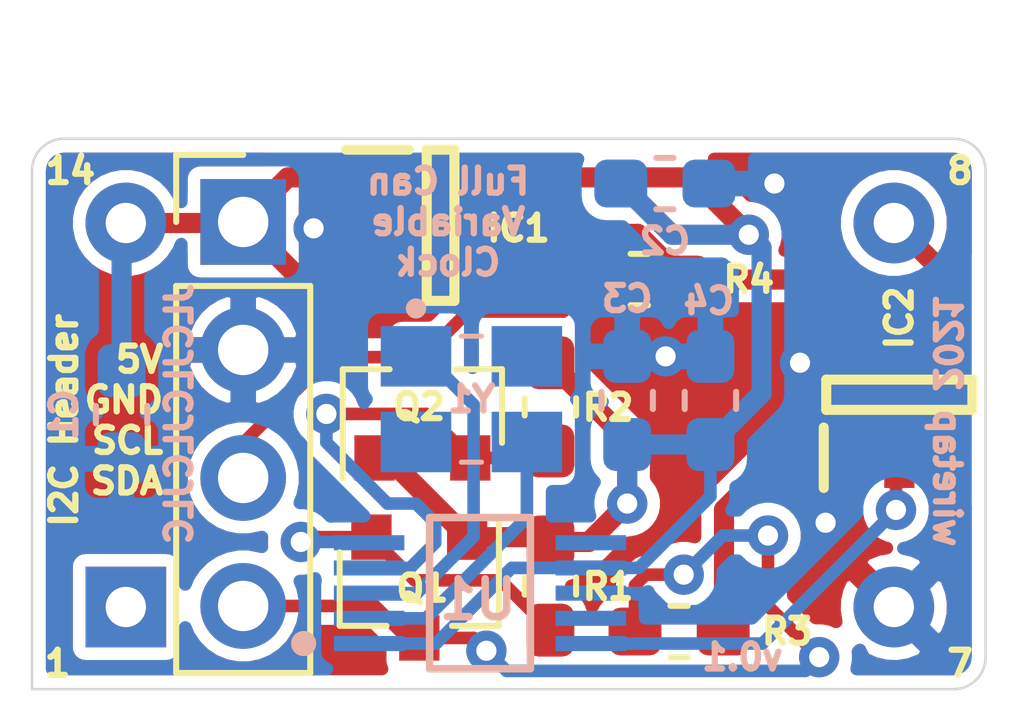
<source format=kicad_pcb>
(kicad_pcb (version 20171130) (host pcbnew "(5.1.6)-1")

  (general
    (thickness 1.6)
    (drawings 16)
    (tracks 122)
    (zones 0)
    (modules 16)
    (nets 19)
  )

  (page A4)
  (layers
    (0 F.Cu signal)
    (31 B.Cu signal)
    (32 B.Adhes user)
    (33 F.Adhes user)
    (34 B.Paste user)
    (35 F.Paste user)
    (36 B.SilkS user)
    (37 F.SilkS user)
    (38 B.Mask user)
    (39 F.Mask user)
    (40 Dwgs.User user)
    (41 Cmts.User user hide)
    (42 Eco1.User user)
    (43 Eco2.User user)
    (44 Edge.Cuts user)
    (45 Margin user)
    (46 B.CrtYd user)
    (47 F.CrtYd user)
    (48 B.Fab user hide)
    (49 F.Fab user hide)
  )

  (setup
    (last_trace_width 0.25)
    (user_trace_width 0.4)
    (trace_clearance 0.2)
    (zone_clearance 0.508)
    (zone_45_only no)
    (trace_min 0.2)
    (via_size 0.8)
    (via_drill 0.4)
    (via_min_size 0.4)
    (via_min_drill 0.3)
    (uvia_size 0.3)
    (uvia_drill 0.1)
    (uvias_allowed no)
    (uvia_min_size 0.2)
    (uvia_min_drill 0.1)
    (edge_width 0.05)
    (segment_width 0.2)
    (pcb_text_width 0.3)
    (pcb_text_size 1.5 1.5)
    (mod_edge_width 0.12)
    (mod_text_size 1 1)
    (mod_text_width 0.15)
    (pad_size 1.524 1.524)
    (pad_drill 0.762)
    (pad_to_mask_clearance 0.05)
    (aux_axis_origin 0 0)
    (visible_elements 7FFFFFFF)
    (pcbplotparams
      (layerselection 0x010fc_ffffffff)
      (usegerberextensions false)
      (usegerberattributes true)
      (usegerberadvancedattributes true)
      (creategerberjobfile true)
      (excludeedgelayer true)
      (linewidth 0.100000)
      (plotframeref false)
      (viasonmask false)
      (mode 1)
      (useauxorigin false)
      (hpglpennumber 1)
      (hpglpenspeed 20)
      (hpglpendiameter 15.000000)
      (psnegative false)
      (psa4output false)
      (plotreference true)
      (plotvalue true)
      (plotinvisibletext false)
      (padsonsilk false)
      (subtractmaskfromsilk false)
      (outputformat 1)
      (mirror false)
      (drillshape 0)
      (scaleselection 1)
      (outputdirectory "gerbers/"))
  )

  (net 0 "")
  (net 1 /VIN)
  (net 2 GND)
  (net 3 /VDD)
  (net 4 "Net-(IC1-Pad4)")
  (net 5 /SCL_5V)
  (net 6 /SDA_5V)
  (net 7 /SDA_3V)
  (net 8 /SCL_3V)
  (net 9 "Net-(U1-Pad9)")
  (net 10 "Net-(U1-Pad6)")
  (net 11 "Net-(U1-Pad3)")
  (net 12 "Net-(U1-Pad2)")
  (net 13 "Net-(X1-Pad1)")
  (net 14 "Net-(Y1-Pad2)")
  (net 15 "Net-(Y1-Pad4)")
  (net 16 "Net-(IC2-Pad1)")
  (net 17 /3VCLK)
  (net 18 /5VCLK)

  (net_class Default "This is the default net class."
    (clearance 0.2)
    (trace_width 0.25)
    (via_dia 0.8)
    (via_drill 0.4)
    (uvia_dia 0.3)
    (uvia_drill 0.1)
    (add_net /3VCLK)
    (add_net /5VCLK)
    (add_net /SCL_3V)
    (add_net /SCL_5V)
    (add_net /SDA_3V)
    (add_net /SDA_5V)
    (add_net /VDD)
    (add_net /VIN)
    (add_net GND)
    (add_net "Net-(IC1-Pad4)")
    (add_net "Net-(IC2-Pad1)")
    (add_net "Net-(U1-Pad2)")
    (add_net "Net-(U1-Pad3)")
    (add_net "Net-(U1-Pad6)")
    (add_net "Net-(U1-Pad9)")
    (add_net "Net-(X1-Pad1)")
    (add_net "Net-(Y1-Pad2)")
    (add_net "Net-(Y1-Pad4)")
  )

  (module Oscillator:Oscillator_DIP-14 (layer F.Cu) (tedit 6123DBD3) (tstamp 6123FA4A)
    (at 142.959001 101.494001)
    (descr "Oscillator, DIP14, http://cdn-reichelt.de/documents/datenblatt/B400/OSZI.pdf")
    (tags oscillator)
    (path /612AD7F4)
    (fp_text reference X1 (at 7.62 -11.26) (layer F.SilkS) hide
      (effects (font (size 1 1) (thickness 0.15)))
    )
    (fp_text value CXO_DIP14 (at 7.62 3.74) (layer F.Fab)
      (effects (font (size 1 1) (thickness 0.15)))
    )
    (fp_line (start -1.73 1.54) (end 16.62 1.54) (layer F.Fab) (width 0.1))
    (fp_line (start -1.73 1.54) (end -1.73 -8.81) (layer F.Fab) (width 0.1))
    (fp_line (start -1.38 -9.16) (end 16.62 -9.16) (layer F.Fab) (width 0.1))
    (fp_line (start 16.97 1.19) (end 16.97 -8.81) (layer F.Fab) (width 0.1))
    (fp_text user %R (at 7.662999 -11.197001) (layer F.Fab)
      (effects (font (size 1 1) (thickness 0.15)))
    )
    (fp_arc (start 16.62 1.19) (end 16.97 1.19) (angle 90) (layer F.Fab) (width 0.1))
    (fp_arc (start 16.62 -8.81) (end 16.62 -9.16) (angle 90) (layer F.Fab) (width 0.1))
    (fp_arc (start -1.38 -8.81) (end -1.73 -8.81) (angle 90) (layer F.Fab) (width 0.1))
    (pad 1 thru_hole rect (at 0 0) (size 1.6 1.6) (drill 0.8) (layers *.Cu *.Mask)
      (net 13 "Net-(X1-Pad1)"))
    (pad 14 thru_hole circle (at 0 -7.62) (size 1.6 1.6) (drill 0.8) (layers *.Cu *.Mask)
      (net 1 /VIN))
    (pad 8 thru_hole circle (at 15.24 -7.62) (size 1.6 1.6) (drill 0.8) (layers *.Cu *.Mask)
      (net 18 /5VCLK))
    (pad 7 thru_hole circle (at 15.24 0) (size 1.6 1.6) (drill 0.8) (layers *.Cu *.Mask)
      (net 2 GND))
  )

  (module Capacitor_SMD:C_0603_1608Metric_Pad1.05x0.95mm_HandSolder (layer B.Cu) (tedit 5B301BBE) (tstamp 6123F93B)
    (at 142.875 97.677 270)
    (descr "Capacitor SMD 0603 (1608 Metric), square (rectangular) end terminal, IPC_7351 nominal with elongated pad for handsoldering. (Body size source: http://www.tortai-tech.com/upload/download/2011102023233369053.pdf), generated with kicad-footprint-generator")
    (tags "capacitor handsolder")
    (path /6123DB9A)
    (attr smd)
    (fp_text reference C1 (at 0 1.143 90) (layer B.SilkS)
      (effects (font (size 0.5 0.5) (thickness 0.125)) (justify mirror))
    )
    (fp_text value 1uF (at 0 -1.43 90) (layer B.Fab)
      (effects (font (size 1 1) (thickness 0.15)) (justify mirror))
    )
    (fp_line (start 1.65 -0.73) (end -1.65 -0.73) (layer B.CrtYd) (width 0.05))
    (fp_line (start 1.65 0.73) (end 1.65 -0.73) (layer B.CrtYd) (width 0.05))
    (fp_line (start -1.65 0.73) (end 1.65 0.73) (layer B.CrtYd) (width 0.05))
    (fp_line (start -1.65 -0.73) (end -1.65 0.73) (layer B.CrtYd) (width 0.05))
    (fp_line (start -0.171267 -0.51) (end 0.171267 -0.51) (layer B.SilkS) (width 0.12))
    (fp_line (start -0.171267 0.51) (end 0.171267 0.51) (layer B.SilkS) (width 0.12))
    (fp_line (start 0.8 -0.4) (end -0.8 -0.4) (layer B.Fab) (width 0.1))
    (fp_line (start 0.8 0.4) (end 0.8 -0.4) (layer B.Fab) (width 0.1))
    (fp_line (start -0.8 0.4) (end 0.8 0.4) (layer B.Fab) (width 0.1))
    (fp_line (start -0.8 -0.4) (end -0.8 0.4) (layer B.Fab) (width 0.1))
    (fp_text user %R (at 0 0 90) (layer B.Fab)
      (effects (font (size 0.4 0.4) (thickness 0.06)) (justify mirror))
    )
    (pad 1 smd roundrect (at -0.875 0 270) (size 1.05 0.95) (layers B.Cu B.Paste B.Mask) (roundrect_rratio 0.25)
      (net 1 /VIN))
    (pad 2 smd roundrect (at 0.875 0 270) (size 1.05 0.95) (layers B.Cu B.Paste B.Mask) (roundrect_rratio 0.25)
      (net 2 GND))
    (model ${KISYS3DMOD}/Capacitor_SMD.3dshapes/C_0603_1608Metric.wrl
      (at (xyz 0 0 0))
      (scale (xyz 1 1 1))
      (rotate (xyz 0 0 0))
    )
  )

  (module Capacitor_SMD:C_0603_1608Metric_Pad1.05x0.95mm_HandSolder (layer B.Cu) (tedit 5B301BBE) (tstamp 6123F94C)
    (at 153.656 93.091)
    (descr "Capacitor SMD 0603 (1608 Metric), square (rectangular) end terminal, IPC_7351 nominal with elongated pad for handsoldering. (Body size source: http://www.tortai-tech.com/upload/download/2011102023233369053.pdf), generated with kicad-footprint-generator")
    (tags "capacitor handsolder")
    (path /6123F54C)
    (attr smd)
    (fp_text reference C2 (at 0 1.143 180) (layer B.SilkS)
      (effects (font (size 0.5 0.5) (thickness 0.125)) (justify mirror))
    )
    (fp_text value 0.1uF (at 0 -1.43 180) (layer B.Fab)
      (effects (font (size 1 1) (thickness 0.15)) (justify mirror))
    )
    (fp_line (start -0.8 -0.4) (end -0.8 0.4) (layer B.Fab) (width 0.1))
    (fp_line (start -0.8 0.4) (end 0.8 0.4) (layer B.Fab) (width 0.1))
    (fp_line (start 0.8 0.4) (end 0.8 -0.4) (layer B.Fab) (width 0.1))
    (fp_line (start 0.8 -0.4) (end -0.8 -0.4) (layer B.Fab) (width 0.1))
    (fp_line (start -0.171267 0.51) (end 0.171267 0.51) (layer B.SilkS) (width 0.12))
    (fp_line (start -0.171267 -0.51) (end 0.171267 -0.51) (layer B.SilkS) (width 0.12))
    (fp_line (start -1.65 -0.73) (end -1.65 0.73) (layer B.CrtYd) (width 0.05))
    (fp_line (start -1.65 0.73) (end 1.65 0.73) (layer B.CrtYd) (width 0.05))
    (fp_line (start 1.65 0.73) (end 1.65 -0.73) (layer B.CrtYd) (width 0.05))
    (fp_line (start 1.65 -0.73) (end -1.65 -0.73) (layer B.CrtYd) (width 0.05))
    (fp_text user %R (at 0 0 180) (layer B.Fab)
      (effects (font (size 0.4 0.4) (thickness 0.06)) (justify mirror))
    )
    (pad 2 smd roundrect (at 0.875 0) (size 1.05 0.95) (layers B.Cu B.Paste B.Mask) (roundrect_rratio 0.25)
      (net 2 GND))
    (pad 1 smd roundrect (at -0.875 0) (size 1.05 0.95) (layers B.Cu B.Paste B.Mask) (roundrect_rratio 0.25)
      (net 3 /VDD))
    (model ${KISYS3DMOD}/Capacitor_SMD.3dshapes/C_0603_1608Metric.wrl
      (at (xyz 0 0 0))
      (scale (xyz 1 1 1))
      (rotate (xyz 0 0 0))
    )
  )

  (module Capacitor_SMD:C_0603_1608Metric_Pad1.05x0.95mm_HandSolder (layer B.Cu) (tedit 5B301BBE) (tstamp 6123F95D)
    (at 152.908 97.395 270)
    (descr "Capacitor SMD 0603 (1608 Metric), square (rectangular) end terminal, IPC_7351 nominal with elongated pad for handsoldering. (Body size source: http://www.tortai-tech.com/upload/download/2011102023233369053.pdf), generated with kicad-footprint-generator")
    (tags "capacitor handsolder")
    (path /61281933)
    (attr smd)
    (fp_text reference C3 (at -2.018 0 180) (layer B.SilkS)
      (effects (font (size 0.5 0.5) (thickness 0.125)) (justify mirror))
    )
    (fp_text value 0.47uF (at 0 -1.43 90) (layer B.Fab)
      (effects (font (size 1 1) (thickness 0.15)) (justify mirror))
    )
    (fp_line (start -0.8 -0.4) (end -0.8 0.4) (layer B.Fab) (width 0.1))
    (fp_line (start -0.8 0.4) (end 0.8 0.4) (layer B.Fab) (width 0.1))
    (fp_line (start 0.8 0.4) (end 0.8 -0.4) (layer B.Fab) (width 0.1))
    (fp_line (start 0.8 -0.4) (end -0.8 -0.4) (layer B.Fab) (width 0.1))
    (fp_line (start -0.171267 0.51) (end 0.171267 0.51) (layer B.SilkS) (width 0.12))
    (fp_line (start -0.171267 -0.51) (end 0.171267 -0.51) (layer B.SilkS) (width 0.12))
    (fp_line (start -1.65 -0.73) (end -1.65 0.73) (layer B.CrtYd) (width 0.05))
    (fp_line (start -1.65 0.73) (end 1.65 0.73) (layer B.CrtYd) (width 0.05))
    (fp_line (start 1.65 0.73) (end 1.65 -0.73) (layer B.CrtYd) (width 0.05))
    (fp_line (start 1.65 -0.73) (end -1.65 -0.73) (layer B.CrtYd) (width 0.05))
    (fp_text user %R (at 0 0 90) (layer B.Fab)
      (effects (font (size 0.4 0.4) (thickness 0.06)) (justify mirror))
    )
    (pad 2 smd roundrect (at 0.875 0 270) (size 1.05 0.95) (layers B.Cu B.Paste B.Mask) (roundrect_rratio 0.25)
      (net 3 /VDD))
    (pad 1 smd roundrect (at -0.875 0 270) (size 1.05 0.95) (layers B.Cu B.Paste B.Mask) (roundrect_rratio 0.25)
      (net 2 GND))
    (model ${KISYS3DMOD}/Capacitor_SMD.3dshapes/C_0603_1608Metric.wrl
      (at (xyz 0 0 0))
      (scale (xyz 1 1 1))
      (rotate (xyz 0 0 0))
    )
  )

  (module Capacitor_SMD:C_0603_1608Metric_Pad1.05x0.95mm_HandSolder (layer B.Cu) (tedit 5B301BBE) (tstamp 6123F96E)
    (at 154.559 97.395 270)
    (descr "Capacitor SMD 0603 (1608 Metric), square (rectangular) end terminal, IPC_7351 nominal with elongated pad for handsoldering. (Body size source: http://www.tortai-tech.com/upload/download/2011102023233369053.pdf), generated with kicad-footprint-generator")
    (tags "capacitor handsolder")
    (path /61280CE0)
    (attr smd)
    (fp_text reference C4 (at -1.973001 0.032001 180) (layer B.SilkS)
      (effects (font (size 0.5 0.5) (thickness 0.125)) (justify mirror))
    )
    (fp_text value 0.47uF (at 0 -1.43 90) (layer B.Fab)
      (effects (font (size 1 1) (thickness 0.15)) (justify mirror))
    )
    (fp_line (start 1.65 -0.73) (end -1.65 -0.73) (layer B.CrtYd) (width 0.05))
    (fp_line (start 1.65 0.73) (end 1.65 -0.73) (layer B.CrtYd) (width 0.05))
    (fp_line (start -1.65 0.73) (end 1.65 0.73) (layer B.CrtYd) (width 0.05))
    (fp_line (start -1.65 -0.73) (end -1.65 0.73) (layer B.CrtYd) (width 0.05))
    (fp_line (start -0.171267 -0.51) (end 0.171267 -0.51) (layer B.SilkS) (width 0.12))
    (fp_line (start -0.171267 0.51) (end 0.171267 0.51) (layer B.SilkS) (width 0.12))
    (fp_line (start 0.8 -0.4) (end -0.8 -0.4) (layer B.Fab) (width 0.1))
    (fp_line (start 0.8 0.4) (end 0.8 -0.4) (layer B.Fab) (width 0.1))
    (fp_line (start -0.8 0.4) (end 0.8 0.4) (layer B.Fab) (width 0.1))
    (fp_line (start -0.8 -0.4) (end -0.8 0.4) (layer B.Fab) (width 0.1))
    (fp_text user %R (at 0 0 90) (layer B.Fab)
      (effects (font (size 0.4 0.4) (thickness 0.06)) (justify mirror))
    )
    (pad 1 smd roundrect (at -0.875 0 270) (size 1.05 0.95) (layers B.Cu B.Paste B.Mask) (roundrect_rratio 0.25)
      (net 2 GND))
    (pad 2 smd roundrect (at 0.875 0 270) (size 1.05 0.95) (layers B.Cu B.Paste B.Mask) (roundrect_rratio 0.25)
      (net 3 /VDD))
    (model ${KISYS3DMOD}/Capacitor_SMD.3dshapes/C_0603_1608Metric.wrl
      (at (xyz 0 0 0))
      (scale (xyz 1 1 1))
      (rotate (xyz 0 0 0))
    )
  )

  (module SOT95P275X110-5N (layer F.Cu) (tedit 0) (tstamp 6123F986)
    (at 149.205 93.919)
    (descr "TSOP-5 Case 483 Issue M")
    (tags "Integrated Circuit")
    (path /6123B230)
    (attr smd)
    (fp_text reference IC1 (at 1.544 0.061 180) (layer F.SilkS)
      (effects (font (size 0.5 0.5) (thickness 0.125)))
    )
    (fp_text value IC1 (at 0 0 180) (layer F.SilkS) hide
      (effects (font (size 1.27 1.27) (thickness 0.254)))
    )
    (fp_line (start -1.875 -1.5) (end -0.625 -1.5) (layer F.SilkS) (width 0.2))
    (fp_line (start -0.275 1.5) (end -0.275 -1.5) (layer F.SilkS) (width 0.2))
    (fp_line (start 0.275 1.5) (end -0.275 1.5) (layer F.SilkS) (width 0.2))
    (fp_line (start 0.275 -1.5) (end 0.275 1.5) (layer F.SilkS) (width 0.2))
    (fp_line (start -0.275 -1.5) (end 0.275 -1.5) (layer F.SilkS) (width 0.2))
    (fp_line (start -0.75 -0.55) (end 0.2 -1.5) (layer F.Fab) (width 0.1))
    (fp_line (start -0.75 1.5) (end -0.75 -1.5) (layer F.Fab) (width 0.1))
    (fp_line (start 0.75 1.5) (end -0.75 1.5) (layer F.Fab) (width 0.1))
    (fp_line (start 0.75 -1.5) (end 0.75 1.5) (layer F.Fab) (width 0.1))
    (fp_line (start -0.75 -1.5) (end 0.75 -1.5) (layer F.Fab) (width 0.1))
    (fp_line (start -2.125 1.825) (end -2.125 -1.825) (layer F.CrtYd) (width 0.05))
    (fp_line (start 2.125 1.825) (end -2.125 1.825) (layer F.CrtYd) (width 0.05))
    (fp_line (start 2.125 -1.825) (end 2.125 1.825) (layer F.CrtYd) (width 0.05))
    (fp_line (start -2.125 -1.825) (end 2.125 -1.825) (layer F.CrtYd) (width 0.05))
    (fp_text user %R (at 0 0 180) (layer F.Fab)
      (effects (font (size 1.27 1.27) (thickness 0.254)))
    )
    (pad 1 smd rect (at -1.25 -0.95 90) (size 0.6 1.25) (layers F.Cu F.Paste F.Mask)
      (net 1 /VIN))
    (pad 2 smd rect (at -1.25 0 90) (size 0.6 1.25) (layers F.Cu F.Paste F.Mask)
      (net 2 GND))
    (pad 3 smd rect (at -1.25 0.95 90) (size 0.6 1.25) (layers F.Cu F.Paste F.Mask)
      (net 1 /VIN))
    (pad 4 smd rect (at 1.25 0.95 90) (size 0.6 1.25) (layers F.Cu F.Paste F.Mask)
      (net 4 "Net-(IC1-Pad4)"))
    (pad 5 smd rect (at 1.25 -0.95 90) (size 0.6 1.25) (layers F.Cu F.Paste F.Mask)
      (net 3 /VDD))
    (model "C:\\Users\\wiretap\\Downloads\\Kicad Library Downloads\\SamacSys_Parts.3dshapes\\NCP164CSN330T1G.stp"
      (at (xyz 0 0 0))
      (scale (xyz 1 1 1))
      (rotate (xyz 0 0 0))
    )
  )

  (module Connector_PinHeader_2.54mm:PinHeader_1x04_P2.54mm_Vertical (layer F.Cu) (tedit 59FED5CC) (tstamp 6123F99E)
    (at 145.288 93.853)
    (descr "Through hole straight pin header, 1x04, 2.54mm pitch, single row")
    (tags "Through hole pin header THT 1x04 2.54mm single row")
    (path /612A6FF0)
    (fp_text reference "I2C Header" (at -3.556 3.937 90) (layer F.SilkS)
      (effects (font (size 0.5 0.5) (thickness 0.125)))
    )
    (fp_text value I2C (at 0 9.95) (layer F.Fab)
      (effects (font (size 1 1) (thickness 0.15)))
    )
    (fp_line (start 1.8 -1.8) (end -1.8 -1.8) (layer F.CrtYd) (width 0.05))
    (fp_line (start 1.8 9.4) (end 1.8 -1.8) (layer F.CrtYd) (width 0.05))
    (fp_line (start -1.8 9.4) (end 1.8 9.4) (layer F.CrtYd) (width 0.05))
    (fp_line (start -1.8 -1.8) (end -1.8 9.4) (layer F.CrtYd) (width 0.05))
    (fp_line (start -1.33 -1.33) (end 0 -1.33) (layer F.SilkS) (width 0.12))
    (fp_line (start -1.33 0) (end -1.33 -1.33) (layer F.SilkS) (width 0.12))
    (fp_line (start -1.33 1.27) (end 1.33 1.27) (layer F.SilkS) (width 0.12))
    (fp_line (start 1.33 1.27) (end 1.33 8.95) (layer F.SilkS) (width 0.12))
    (fp_line (start -1.33 1.27) (end -1.33 8.95) (layer F.SilkS) (width 0.12))
    (fp_line (start -1.33 8.95) (end 1.33 8.95) (layer F.SilkS) (width 0.12))
    (fp_line (start -1.27 -0.635) (end -0.635 -1.27) (layer F.Fab) (width 0.1))
    (fp_line (start -1.27 8.89) (end -1.27 -0.635) (layer F.Fab) (width 0.1))
    (fp_line (start 1.27 8.89) (end -1.27 8.89) (layer F.Fab) (width 0.1))
    (fp_line (start 1.27 -1.27) (end 1.27 8.89) (layer F.Fab) (width 0.1))
    (fp_line (start -0.635 -1.27) (end 1.27 -1.27) (layer F.Fab) (width 0.1))
    (fp_text user %R (at 0 3.81 90) (layer F.Fab)
      (effects (font (size 1 1) (thickness 0.15)))
    )
    (pad 1 thru_hole rect (at 0 0) (size 1.7 1.7) (drill 1) (layers *.Cu *.Mask)
      (net 1 /VIN))
    (pad 2 thru_hole oval (at 0 2.54) (size 1.7 1.7) (drill 1) (layers *.Cu *.Mask)
      (net 2 GND))
    (pad 3 thru_hole oval (at 0 5.08) (size 1.7 1.7) (drill 1) (layers *.Cu *.Mask)
      (net 5 /SCL_5V))
    (pad 4 thru_hole oval (at 0 7.62) (size 1.7 1.7) (drill 1) (layers *.Cu *.Mask)
      (net 6 /SDA_5V))
    (model ${KISYS3DMOD}/Connector_PinHeader_2.54mm.3dshapes/PinHeader_1x04_P2.54mm_Vertical.wrl
      (at (xyz 0 0 0))
      (scale (xyz 1 1 1))
      (rotate (xyz 0 0 0))
    )
  )

  (module Package_TO_SOT_SMD:SOT-23 (layer F.Cu) (tedit 5A02FF57) (tstamp 6123F9B3)
    (at 148.783 101.108 270)
    (descr "SOT-23, Standard")
    (tags SOT-23)
    (path /6124398B)
    (attr smd)
    (fp_text reference Q1 (at 0.016 -0.061 180) (layer F.SilkS)
      (effects (font (size 0.5 0.5) (thickness 0.125)))
    )
    (fp_text value BSS138-G (at 0 2.5 90) (layer F.Fab)
      (effects (font (size 1 1) (thickness 0.15)))
    )
    (fp_line (start 0.76 1.58) (end -0.7 1.58) (layer F.SilkS) (width 0.12))
    (fp_line (start 0.76 -1.58) (end -1.4 -1.58) (layer F.SilkS) (width 0.12))
    (fp_line (start -1.7 1.75) (end -1.7 -1.75) (layer F.CrtYd) (width 0.05))
    (fp_line (start 1.7 1.75) (end -1.7 1.75) (layer F.CrtYd) (width 0.05))
    (fp_line (start 1.7 -1.75) (end 1.7 1.75) (layer F.CrtYd) (width 0.05))
    (fp_line (start -1.7 -1.75) (end 1.7 -1.75) (layer F.CrtYd) (width 0.05))
    (fp_line (start 0.76 -1.58) (end 0.76 -0.65) (layer F.SilkS) (width 0.12))
    (fp_line (start 0.76 1.58) (end 0.76 0.65) (layer F.SilkS) (width 0.12))
    (fp_line (start -0.7 1.52) (end 0.7 1.52) (layer F.Fab) (width 0.1))
    (fp_line (start 0.7 -1.52) (end 0.7 1.52) (layer F.Fab) (width 0.1))
    (fp_line (start -0.7 -0.95) (end -0.15 -1.52) (layer F.Fab) (width 0.1))
    (fp_line (start -0.15 -1.52) (end 0.7 -1.52) (layer F.Fab) (width 0.1))
    (fp_line (start -0.7 -0.95) (end -0.7 1.5) (layer F.Fab) (width 0.1))
    (fp_text user %R (at 0 0) (layer F.Fab)
      (effects (font (size 0.5 0.5) (thickness 0.075)))
    )
    (pad 1 smd rect (at -1 -0.95 270) (size 0.9 0.8) (layers F.Cu F.Paste F.Mask)
      (net 3 /VDD))
    (pad 2 smd rect (at -1 0.95 270) (size 0.9 0.8) (layers F.Cu F.Paste F.Mask)
      (net 7 /SDA_3V))
    (pad 3 smd rect (at 1 0 270) (size 0.9 0.8) (layers F.Cu F.Paste F.Mask)
      (net 6 /SDA_5V))
    (model ${KISYS3DMOD}/Package_TO_SOT_SMD.3dshapes/SOT-23.wrl
      (at (xyz 0 0 0))
      (scale (xyz 1 1 1))
      (rotate (xyz 0 0 0))
    )
  )

  (module Package_TO_SOT_SMD:SOT-23 (layer F.Cu) (tedit 5A02FF57) (tstamp 6123F9C8)
    (at 148.844 97.536 90)
    (descr "SOT-23, Standard")
    (tags SOT-23)
    (path /61249888)
    (attr smd)
    (fp_text reference Q2 (at 0.016 -0.066 180) (layer F.SilkS)
      (effects (font (size 0.5 0.5) (thickness 0.125)))
    )
    (fp_text value BSS138-G (at 0 2.5 90) (layer F.Fab)
      (effects (font (size 1 1) (thickness 0.15)))
    )
    (fp_line (start -0.7 -0.95) (end -0.7 1.5) (layer F.Fab) (width 0.1))
    (fp_line (start -0.15 -1.52) (end 0.7 -1.52) (layer F.Fab) (width 0.1))
    (fp_line (start -0.7 -0.95) (end -0.15 -1.52) (layer F.Fab) (width 0.1))
    (fp_line (start 0.7 -1.52) (end 0.7 1.52) (layer F.Fab) (width 0.1))
    (fp_line (start -0.7 1.52) (end 0.7 1.52) (layer F.Fab) (width 0.1))
    (fp_line (start 0.76 1.58) (end 0.76 0.65) (layer F.SilkS) (width 0.12))
    (fp_line (start 0.76 -1.58) (end 0.76 -0.65) (layer F.SilkS) (width 0.12))
    (fp_line (start -1.7 -1.75) (end 1.7 -1.75) (layer F.CrtYd) (width 0.05))
    (fp_line (start 1.7 -1.75) (end 1.7 1.75) (layer F.CrtYd) (width 0.05))
    (fp_line (start 1.7 1.75) (end -1.7 1.75) (layer F.CrtYd) (width 0.05))
    (fp_line (start -1.7 1.75) (end -1.7 -1.75) (layer F.CrtYd) (width 0.05))
    (fp_line (start 0.76 -1.58) (end -1.4 -1.58) (layer F.SilkS) (width 0.12))
    (fp_line (start 0.76 1.58) (end -0.7 1.58) (layer F.SilkS) (width 0.12))
    (fp_text user %R (at 0 0) (layer F.Fab)
      (effects (font (size 0.5 0.5) (thickness 0.075)))
    )
    (pad 3 smd rect (at 1 0 90) (size 0.9 0.8) (layers F.Cu F.Paste F.Mask)
      (net 5 /SCL_5V))
    (pad 2 smd rect (at -1 0.95 90) (size 0.9 0.8) (layers F.Cu F.Paste F.Mask)
      (net 8 /SCL_3V))
    (pad 1 smd rect (at -1 -0.95 90) (size 0.9 0.8) (layers F.Cu F.Paste F.Mask)
      (net 3 /VDD))
    (model ${KISYS3DMOD}/Package_TO_SOT_SMD.3dshapes/SOT-23.wrl
      (at (xyz 0 0 0))
      (scale (xyz 1 1 1))
      (rotate (xyz 0 0 0))
    )
  )

  (module Resistor_SMD:R_0603_1608Metric_Pad1.05x0.95mm_HandSolder (layer F.Cu) (tedit 5B301BBD) (tstamp 6123F9D9)
    (at 151.384 101.078 270)
    (descr "Resistor SMD 0603 (1608 Metric), square (rectangular) end terminal, IPC_7351 nominal with elongated pad for handsoldering. (Body size source: http://www.tortai-tech.com/upload/download/2011102023233369053.pdf), generated with kicad-footprint-generator")
    (tags "resistor handsolder")
    (path /6124F07B)
    (attr smd)
    (fp_text reference R1 (at 0.014 -1.143 180) (layer F.SilkS)
      (effects (font (size 0.5 0.5) (thickness 0.125)))
    )
    (fp_text value 10k (at 0 1.43 90) (layer F.Fab)
      (effects (font (size 1 1) (thickness 0.15)))
    )
    (fp_line (start 1.65 0.73) (end -1.65 0.73) (layer F.CrtYd) (width 0.05))
    (fp_line (start 1.65 -0.73) (end 1.65 0.73) (layer F.CrtYd) (width 0.05))
    (fp_line (start -1.65 -0.73) (end 1.65 -0.73) (layer F.CrtYd) (width 0.05))
    (fp_line (start -1.65 0.73) (end -1.65 -0.73) (layer F.CrtYd) (width 0.05))
    (fp_line (start -0.171267 0.51) (end 0.171267 0.51) (layer F.SilkS) (width 0.12))
    (fp_line (start -0.171267 -0.51) (end 0.171267 -0.51) (layer F.SilkS) (width 0.12))
    (fp_line (start 0.8 0.4) (end -0.8 0.4) (layer F.Fab) (width 0.1))
    (fp_line (start 0.8 -0.4) (end 0.8 0.4) (layer F.Fab) (width 0.1))
    (fp_line (start -0.8 -0.4) (end 0.8 -0.4) (layer F.Fab) (width 0.1))
    (fp_line (start -0.8 0.4) (end -0.8 -0.4) (layer F.Fab) (width 0.1))
    (fp_text user %R (at 0 0 90) (layer F.Fab)
      (effects (font (size 0.4 0.4) (thickness 0.06)))
    )
    (pad 1 smd roundrect (at -0.875 0 270) (size 1.05 0.95) (layers F.Cu F.Paste F.Mask) (roundrect_rratio 0.25)
      (net 3 /VDD))
    (pad 2 smd roundrect (at 0.875 0 270) (size 1.05 0.95) (layers F.Cu F.Paste F.Mask) (roundrect_rratio 0.25)
      (net 7 /SDA_3V))
    (model ${KISYS3DMOD}/Resistor_SMD.3dshapes/R_0603_1608Metric.wrl
      (at (xyz 0 0 0))
      (scale (xyz 1 1 1))
      (rotate (xyz 0 0 0))
    )
  )

  (module Resistor_SMD:R_0603_1608Metric_Pad1.05x0.95mm_HandSolder (layer F.Cu) (tedit 5B301BBD) (tstamp 6123F9EA)
    (at 151.384 97.522 270)
    (descr "Resistor SMD 0603 (1608 Metric), square (rectangular) end terminal, IPC_7351 nominal with elongated pad for handsoldering. (Body size source: http://www.tortai-tech.com/upload/download/2011102023233369053.pdf), generated with kicad-footprint-generator")
    (tags "resistor handsolder")
    (path /6124F8D5)
    (attr smd)
    (fp_text reference R2 (at 0.014 -1.143 180) (layer F.SilkS)
      (effects (font (size 0.5 0.5) (thickness 0.125)))
    )
    (fp_text value 10k (at 0 1.43 90) (layer F.Fab)
      (effects (font (size 1 1) (thickness 0.15)))
    )
    (fp_line (start -0.8 0.4) (end -0.8 -0.4) (layer F.Fab) (width 0.1))
    (fp_line (start -0.8 -0.4) (end 0.8 -0.4) (layer F.Fab) (width 0.1))
    (fp_line (start 0.8 -0.4) (end 0.8 0.4) (layer F.Fab) (width 0.1))
    (fp_line (start 0.8 0.4) (end -0.8 0.4) (layer F.Fab) (width 0.1))
    (fp_line (start -0.171267 -0.51) (end 0.171267 -0.51) (layer F.SilkS) (width 0.12))
    (fp_line (start -0.171267 0.51) (end 0.171267 0.51) (layer F.SilkS) (width 0.12))
    (fp_line (start -1.65 0.73) (end -1.65 -0.73) (layer F.CrtYd) (width 0.05))
    (fp_line (start -1.65 -0.73) (end 1.65 -0.73) (layer F.CrtYd) (width 0.05))
    (fp_line (start 1.65 -0.73) (end 1.65 0.73) (layer F.CrtYd) (width 0.05))
    (fp_line (start 1.65 0.73) (end -1.65 0.73) (layer F.CrtYd) (width 0.05))
    (fp_text user %R (at 0 0 90) (layer F.Fab)
      (effects (font (size 0.4 0.4) (thickness 0.06)))
    )
    (pad 2 smd roundrect (at 0.875 0 270) (size 1.05 0.95) (layers F.Cu F.Paste F.Mask) (roundrect_rratio 0.25)
      (net 8 /SCL_3V))
    (pad 1 smd roundrect (at -0.875 0 270) (size 1.05 0.95) (layers F.Cu F.Paste F.Mask) (roundrect_rratio 0.25)
      (net 3 /VDD))
    (model ${KISYS3DMOD}/Resistor_SMD.3dshapes/R_0603_1608Metric.wrl
      (at (xyz 0 0 0))
      (scale (xyz 1 1 1))
      (rotate (xyz 0 0 0))
    )
  )

  (module Resistor_SMD:R_0603_1608Metric_Pad1.05x0.95mm_HandSolder (layer F.Cu) (tedit 5B301BBD) (tstamp 6123F9FB)
    (at 153.938 101.981 180)
    (descr "Resistor SMD 0603 (1608 Metric), square (rectangular) end terminal, IPC_7351 nominal with elongated pad for handsoldering. (Body size source: http://www.tortai-tech.com/upload/download/2011102023233369053.pdf), generated with kicad-footprint-generator")
    (tags "resistor handsolder")
    (path /61253A40)
    (attr smd)
    (fp_text reference R3 (at -2.145 0) (layer F.SilkS)
      (effects (font (size 0.5 0.5) (thickness 0.125)))
    )
    (fp_text value 10k (at 0 1.43) (layer F.Fab)
      (effects (font (size 1 1) (thickness 0.15)))
    )
    (fp_line (start 1.65 0.73) (end -1.65 0.73) (layer F.CrtYd) (width 0.05))
    (fp_line (start 1.65 -0.73) (end 1.65 0.73) (layer F.CrtYd) (width 0.05))
    (fp_line (start -1.65 -0.73) (end 1.65 -0.73) (layer F.CrtYd) (width 0.05))
    (fp_line (start -1.65 0.73) (end -1.65 -0.73) (layer F.CrtYd) (width 0.05))
    (fp_line (start -0.171267 0.51) (end 0.171267 0.51) (layer F.SilkS) (width 0.12))
    (fp_line (start -0.171267 -0.51) (end 0.171267 -0.51) (layer F.SilkS) (width 0.12))
    (fp_line (start 0.8 0.4) (end -0.8 0.4) (layer F.Fab) (width 0.1))
    (fp_line (start 0.8 -0.4) (end 0.8 0.4) (layer F.Fab) (width 0.1))
    (fp_line (start -0.8 -0.4) (end 0.8 -0.4) (layer F.Fab) (width 0.1))
    (fp_line (start -0.8 0.4) (end -0.8 -0.4) (layer F.Fab) (width 0.1))
    (fp_text user %R (at 0 0) (layer F.Fab)
      (effects (font (size 0.4 0.4) (thickness 0.06)))
    )
    (pad 1 smd roundrect (at -0.875 0 180) (size 1.05 0.95) (layers F.Cu F.Paste F.Mask) (roundrect_rratio 0.25)
      (net 1 /VIN))
    (pad 2 smd roundrect (at 0.875 0 180) (size 1.05 0.95) (layers F.Cu F.Paste F.Mask) (roundrect_rratio 0.25)
      (net 6 /SDA_5V))
    (model ${KISYS3DMOD}/Resistor_SMD.3dshapes/R_0603_1608Metric.wrl
      (at (xyz 0 0 0))
      (scale (xyz 1 1 1))
      (rotate (xyz 0 0 0))
    )
  )

  (module Resistor_SMD:R_0603_1608Metric_Pad1.05x0.95mm_HandSolder (layer F.Cu) (tedit 5B301BBD) (tstamp 6123FA0C)
    (at 153.148 94.996 180)
    (descr "Resistor SMD 0603 (1608 Metric), square (rectangular) end terminal, IPC_7351 nominal with elongated pad for handsoldering. (Body size source: http://www.tortai-tech.com/upload/download/2011102023233369053.pdf), generated with kicad-footprint-generator")
    (tags "resistor handsolder")
    (path /6125568C)
    (attr smd)
    (fp_text reference R4 (at -2.173 0) (layer F.SilkS)
      (effects (font (size 0.5 0.5) (thickness 0.125)))
    )
    (fp_text value 10k (at 0 1.43) (layer F.Fab)
      (effects (font (size 1 1) (thickness 0.15)))
    )
    (fp_line (start -0.8 0.4) (end -0.8 -0.4) (layer F.Fab) (width 0.1))
    (fp_line (start -0.8 -0.4) (end 0.8 -0.4) (layer F.Fab) (width 0.1))
    (fp_line (start 0.8 -0.4) (end 0.8 0.4) (layer F.Fab) (width 0.1))
    (fp_line (start 0.8 0.4) (end -0.8 0.4) (layer F.Fab) (width 0.1))
    (fp_line (start -0.171267 -0.51) (end 0.171267 -0.51) (layer F.SilkS) (width 0.12))
    (fp_line (start -0.171267 0.51) (end 0.171267 0.51) (layer F.SilkS) (width 0.12))
    (fp_line (start -1.65 0.73) (end -1.65 -0.73) (layer F.CrtYd) (width 0.05))
    (fp_line (start -1.65 -0.73) (end 1.65 -0.73) (layer F.CrtYd) (width 0.05))
    (fp_line (start 1.65 -0.73) (end 1.65 0.73) (layer F.CrtYd) (width 0.05))
    (fp_line (start 1.65 0.73) (end -1.65 0.73) (layer F.CrtYd) (width 0.05))
    (fp_text user %R (at 0 0) (layer F.Fab)
      (effects (font (size 0.4 0.4) (thickness 0.06)))
    )
    (pad 2 smd roundrect (at 0.875 0 180) (size 1.05 0.95) (layers F.Cu F.Paste F.Mask) (roundrect_rratio 0.25)
      (net 5 /SCL_5V))
    (pad 1 smd roundrect (at -0.875 0 180) (size 1.05 0.95) (layers F.Cu F.Paste F.Mask) (roundrect_rratio 0.25)
      (net 1 /VIN))
    (model ${KISYS3DMOD}/Resistor_SMD.3dshapes/R_0603_1608Metric.wrl
      (at (xyz 0 0 0))
      (scale (xyz 1 1 1))
      (rotate (xyz 0 0 0))
    )
  )

  (module SamacSys_Parts:Silicon_Laboratories-SI5351A-B02075-GT-0 (layer B.Cu) (tedit 61239825) (tstamp 6123FA28)
    (at 149.987 101.219)
    (path /6127D6C3)
    (fp_text reference U1 (at -0.889 0.127) (layer B.SilkS)
      (effects (font (size 0.75 0.75) (thickness 0.15)) (justify right mirror))
    )
    (fp_text value U1 (at 0 0) (layer B.SilkS) hide
      (effects (font (size 1.27 1.27) (thickness 0.15)) (justify mirror))
    )
    (fp_line (start -1.5 -1.5) (end -1.5 1.5) (layer B.Fab) (width 0.15))
    (fp_line (start -1.5 1.5) (end 1.5 1.5) (layer B.Fab) (width 0.15))
    (fp_line (start 1.5 1.5) (end 1.5 -1.5) (layer B.Fab) (width 0.15))
    (fp_line (start 1.5 -1.5) (end -1.5 -1.5) (layer B.Fab) (width 0.15))
    (fp_line (start -1 -1.5) (end -1 1.5) (layer B.SilkS) (width 0.15))
    (fp_line (start -1 1.5) (end 1 1.5) (layer B.SilkS) (width 0.15))
    (fp_line (start 1 1.5) (end 1 -1.5) (layer B.SilkS) (width 0.15))
    (fp_line (start 1 -1.5) (end -1 -1.5) (layer B.SilkS) (width 0.15))
    (fp_line (start 2.925 1.725) (end 2.925 1.725) (layer B.CrtYd) (width 0.15))
    (fp_line (start 2.925 1.725) (end -2.925 1.725) (layer B.CrtYd) (width 0.15))
    (fp_line (start -2.925 1.725) (end -2.925 -1.725) (layer B.CrtYd) (width 0.15))
    (fp_line (start -2.925 -1.725) (end 2.925 -1.725) (layer B.CrtYd) (width 0.15))
    (fp_line (start 2.925 -1.725) (end 2.925 1.725) (layer B.CrtYd) (width 0.15))
    (fp_circle (center -3.5 1) (end -3.375 1) (layer B.SilkS) (width 0.25))
    (pad 10 smd rect (at 2.2 1) (size 1.4 0.3) (layers B.Cu B.Paste B.Mask)
      (net 17 /3VCLK))
    (pad 9 smd rect (at 2.2 0.5) (size 1.4 0.3) (layers B.Cu B.Paste B.Mask)
      (net 9 "Net-(U1-Pad9)"))
    (pad 8 smd rect (at 2.2 0) (size 1.4 0.3) (layers B.Cu B.Paste B.Mask)
      (net 2 GND))
    (pad 7 smd rect (at 2.2 -0.5) (size 1.4 0.3) (layers B.Cu B.Paste B.Mask)
      (net 3 /VDD))
    (pad 6 smd rect (at 2.2 -1) (size 1.4 0.3) (layers B.Cu B.Paste B.Mask)
      (net 10 "Net-(U1-Pad6)"))
    (pad 5 smd rect (at -2.2 -1) (size 1.4 0.3) (layers B.Cu B.Paste B.Mask)
      (net 7 /SDA_3V))
    (pad 4 smd rect (at -2.2 -0.5) (size 1.4 0.3) (layers B.Cu B.Paste B.Mask)
      (net 8 /SCL_3V))
    (pad 3 smd rect (at -2.2 0) (size 1.4 0.3) (layers B.Cu B.Paste B.Mask)
      (net 11 "Net-(U1-Pad3)"))
    (pad 2 smd rect (at -2.2 0.5) (size 1.4 0.3) (layers B.Cu B.Paste B.Mask)
      (net 12 "Net-(U1-Pad2)"))
    (pad 1 smd rect (at -2.2 1) (size 1.4 0.3) (layers B.Cu B.Paste B.Mask)
      (net 3 /VDD))
    (model ${KISYS3DMOD}/Package_SO.3dshapes/MSOP-10_3x3mm_P0.5mm.step
      (at (xyz 0 0 0))
      (scale (xyz 1 1 1))
      (rotate (xyz 0 0 0))
    )
  )

  (module ABM8G48000MHZ18D2YT (layer B.Cu) (tedit 0) (tstamp 6123FA61)
    (at 149.817 97.37)
    (descr ABM8G-48.000MHZ-18-D2Y-T-2)
    (tags "Crystal or Oscillator")
    (path /612907D1)
    (attr smd)
    (fp_text reference Y1 (at 0 0) (layer B.SilkS)
      (effects (font (size 0.5 0.5) (thickness 0.125)) (justify mirror))
    )
    (fp_text value Y1 (at -0.084 0) (layer B.SilkS) hide
      (effects (font (size 1.27 1.27) (thickness 0.254)) (justify mirror))
    )
    (fp_line (start -1 -1.8) (end -1 -1.8) (layer B.SilkS) (width 0.2))
    (fp_line (start -1.2 -1.8) (end -1.2 -1.8) (layer B.SilkS) (width 0.2))
    (fp_line (start -0.2 1.25) (end 0.2 1.25) (layer B.SilkS) (width 0.1))
    (fp_line (start -0.2 -1.25) (end 0.2 -1.25) (layer B.SilkS) (width 0.1))
    (fp_line (start -2.8 -2.45) (end -2.8 2.45) (layer B.CrtYd) (width 0.1))
    (fp_line (start 2.8 -2.45) (end -2.8 -2.45) (layer B.CrtYd) (width 0.1))
    (fp_line (start 2.8 2.45) (end 2.8 -2.45) (layer B.CrtYd) (width 0.1))
    (fp_line (start -2.8 2.45) (end 2.8 2.45) (layer B.CrtYd) (width 0.1))
    (fp_line (start -1.6 -1.25) (end -1.6 1.25) (layer B.Fab) (width 0.2))
    (fp_line (start 1.6 -1.25) (end -1.6 -1.25) (layer B.Fab) (width 0.2))
    (fp_line (start 1.6 1.25) (end 1.6 -1.25) (layer B.Fab) (width 0.2))
    (fp_line (start -1.6 1.25) (end 1.6 1.25) (layer B.Fab) (width 0.2))
    (fp_text user %R (at 0 0) (layer B.Fab)
      (effects (font (size 1.27 1.27) (thickness 0.254)) (justify mirror))
    )
    (fp_arc (start -1.1 -1.8) (end -1.2 -1.8) (angle 180) (layer B.SilkS) (width 0.2))
    (fp_arc (start -1.1 -1.8) (end -1 -1.8) (angle 180) (layer B.SilkS) (width 0.2))
    (pad 1 smd rect (at -1.1 -0.85 270) (size 1.2 1.4) (layers B.Cu B.Paste B.Mask)
      (net 11 "Net-(U1-Pad3)"))
    (pad 2 smd rect (at 1.1 -0.85 270) (size 1.2 1.4) (layers B.Cu B.Paste B.Mask)
      (net 14 "Net-(Y1-Pad2)"))
    (pad 3 smd rect (at 1.1 0.85 270) (size 1.2 1.4) (layers B.Cu B.Paste B.Mask)
      (net 12 "Net-(U1-Pad2)"))
    (pad 4 smd rect (at -1.1 0.85 270) (size 1.2 1.4) (layers B.Cu B.Paste B.Mask)
      (net 15 "Net-(Y1-Pad4)"))
    (model "C:\\Users\\wiretap\\Downloads\\Kicad Library Downloads\\SamacSys_Parts.3dshapes\\ABM8G-25.000MHZ-4Y-T3.stp"
      (at (xyz 0 0 0))
      (scale (xyz 1 1 1))
      (rotate (xyz 0 0 0))
    )
  )

  (module SOT95P280X145-5N (layer F.Cu) (tedit 0) (tstamp 61242059)
    (at 158.308 97.282 90)
    (descr SN74LV1T34DBVRG4-1)
    (tags "Integrated Circuit")
    (path /612431F6)
    (attr smd)
    (fp_text reference IC2 (at 1.524 0 270) (layer F.SilkS)
      (effects (font (size 0.5 0.5) (thickness 0.125)))
    )
    (fp_text value IC2 (at 0 0 90) (layer F.SilkS) hide
      (effects (font (size 1.27 1.27) (thickness 0.254)))
    )
    (fp_line (start -2.1 -1.775) (end 2.1 -1.775) (layer F.CrtYd) (width 0.05))
    (fp_line (start 2.1 -1.775) (end 2.1 1.775) (layer F.CrtYd) (width 0.05))
    (fp_line (start 2.1 1.775) (end -2.1 1.775) (layer F.CrtYd) (width 0.05))
    (fp_line (start -2.1 1.775) (end -2.1 -1.775) (layer F.CrtYd) (width 0.05))
    (fp_line (start -0.8 -1.45) (end 0.8 -1.45) (layer F.Fab) (width 0.1))
    (fp_line (start 0.8 -1.45) (end 0.8 1.45) (layer F.Fab) (width 0.1))
    (fp_line (start 0.8 1.45) (end -0.8 1.45) (layer F.Fab) (width 0.1))
    (fp_line (start -0.8 1.45) (end -0.8 -1.45) (layer F.Fab) (width 0.1))
    (fp_line (start -0.8 -0.5) (end 0.15 -1.45) (layer F.Fab) (width 0.1))
    (fp_line (start -0.3 -1.45) (end 0.3 -1.45) (layer F.SilkS) (width 0.2))
    (fp_line (start 0.3 -1.45) (end 0.3 1.45) (layer F.SilkS) (width 0.2))
    (fp_line (start 0.3 1.45) (end -0.3 1.45) (layer F.SilkS) (width 0.2))
    (fp_line (start -0.3 1.45) (end -0.3 -1.45) (layer F.SilkS) (width 0.2))
    (fp_line (start -1.85 -1.5) (end -0.65 -1.5) (layer F.SilkS) (width 0.2))
    (fp_text user %R (at 0 0 90) (layer F.Fab)
      (effects (font (size 1.27 1.27) (thickness 0.254)))
    )
    (pad 1 smd rect (at -1.25 -0.95 180) (size 0.6 1.2) (layers F.Cu F.Paste F.Mask)
      (net 16 "Net-(IC2-Pad1)"))
    (pad 2 smd rect (at -1.25 0 180) (size 0.6 1.2) (layers F.Cu F.Paste F.Mask)
      (net 17 /3VCLK))
    (pad 3 smd rect (at -1.25 0.95 180) (size 0.6 1.2) (layers F.Cu F.Paste F.Mask)
      (net 2 GND))
    (pad 4 smd rect (at 1.25 0.95 180) (size 0.6 1.2) (layers F.Cu F.Paste F.Mask)
      (net 18 /5VCLK))
    (pad 5 smd rect (at 1.25 -0.95 180) (size 0.6 1.2) (layers F.Cu F.Paste F.Mask)
      (net 1 /VIN))
    (model "C:\\Users\\wiretap\\Downloads\\Kicad Library Downloads\\SamacSys_Parts.3dshapes\\SN74LV1T34DBVRG4.stp"
      (at (xyz 0 0 0))
      (scale (xyz 1 1 1))
      (rotate (xyz 0 0 0))
    )
  )

  (gr_text v0.1 (at 155.194 102.489) (layer B.SilkS)
    (effects (font (size 0.5 0.5) (thickness 0.125)) (justify mirror))
  )
  (gr_text "wiretap 2021" (at 159.258 97.79 270) (layer B.SilkS)
    (effects (font (size 0.5 0.5) (thickness 0.125)) (justify mirror))
  )
  (gr_text JLCJLCJLCJLC (at 144.018 97.663 90) (layer B.SilkS)
    (effects (font (size 0.5 0.5) (thickness 0.125)) (justify mirror))
  )
  (gr_text "Full Can\nVariable\nClock" (at 149.352 93.853) (layer B.SilkS)
    (effects (font (size 0.5 0.5) (thickness 0.125)) (justify mirror))
  )
  (gr_text "5V\nGND\nSCL\nSDA" (at 143.764 97.79) (layer F.SilkS)
    (effects (font (size 0.5 0.5) (thickness 0.125)) (justify right))
  )
  (gr_text 8 (at 159.512 92.837) (layer F.SilkS)
    (effects (font (size 0.5 0.5) (thickness 0.125)))
  )
  (gr_text 7 (at 159.512 102.616) (layer F.SilkS)
    (effects (font (size 0.5 0.5) (thickness 0.125)))
  )
  (gr_text 14 (at 141.859 92.837) (layer F.SilkS)
    (effects (font (size 0.5 0.5) (thickness 0.125)))
  )
  (gr_text 1 (at 141.605 102.616) (layer F.SilkS)
    (effects (font (size 0.5 0.5) (thickness 0.125)))
  )
  (gr_line (start 141.097 103.124) (end 141.097 92.837) (layer Edge.Cuts) (width 0.05) (tstamp 61240195))
  (gr_line (start 159.385 103.124) (end 141.097 103.124) (layer Edge.Cuts) (width 0.05))
  (gr_line (start 160.02 92.837) (end 160.02 102.489) (layer Edge.Cuts) (width 0.05) (tstamp 61240194))
  (gr_line (start 141.732 92.202) (end 159.385 92.202) (layer Edge.Cuts) (width 0.05) (tstamp 61240193))
  (gr_arc (start 141.732 92.837) (end 141.732 92.202) (angle -90) (layer Edge.Cuts) (width 0.05) (tstamp 6124018D))
  (gr_arc (start 159.385 92.837) (end 160.02 92.837) (angle -90) (layer Edge.Cuts) (width 0.05) (tstamp 6124018D))
  (gr_arc (start 159.385 102.489) (end 159.385 103.124) (angle -90) (layer Edge.Cuts) (width 0.05))

  (segment (start 145.266999 93.874001) (end 145.288 93.853) (width 0.4) (layer F.Cu) (net 1))
  (segment (start 142.959001 93.874001) (end 145.266999 93.874001) (width 0.4) (layer F.Cu) (net 1))
  (segment (start 146.172 92.969) (end 147.955 92.969) (width 0.4) (layer F.Cu) (net 1))
  (segment (start 145.288 93.853) (end 146.172 92.969) (width 0.4) (layer F.Cu) (net 1))
  (segment (start 146.304 94.869) (end 147.955 94.869) (width 0.4) (layer F.Cu) (net 1))
  (segment (start 145.288 93.853) (end 146.304 94.869) (width 0.4) (layer F.Cu) (net 1))
  (segment (start 142.875 93.958002) (end 142.959001 93.874001) (width 0.4) (layer B.Cu) (net 1))
  (segment (start 142.875 96.802) (end 142.875 93.958002) (width 0.4) (layer B.Cu) (net 1))
  (segment (start 153.116999 94.089999) (end 154.023 94.996) (width 0.4) (layer F.Cu) (net 1))
  (segment (start 149.588999 94.089999) (end 153.116999 94.089999) (width 0.4) (layer F.Cu) (net 1))
  (segment (start 147.955 94.869) (end 148.809998 94.869) (width 0.4) (layer F.Cu) (net 1))
  (segment (start 148.809998 94.869) (end 149.588999 94.089999) (width 0.4) (layer F.Cu) (net 1))
  (segment (start 157.358 95.382) (end 157.358 96.032) (width 0.4) (layer F.Cu) (net 1))
  (segment (start 154.023 94.996) (end 156.972 94.996) (width 0.4) (layer F.Cu) (net 1))
  (segment (start 156.972 94.996) (end 157.358 95.382) (width 0.4) (layer F.Cu) (net 1))
  (segment (start 157.358 97.032) (end 157.358 96.032) (width 0.4) (layer F.Cu) (net 1))
  (segment (start 154.829198 99.560802) (end 157.358 97.032) (width 0.4) (layer F.Cu) (net 1))
  (segment (start 154.829198 101.964802) (end 154.829198 99.560802) (width 0.4) (layer F.Cu) (net 1))
  (segment (start 154.813 101.981) (end 154.829198 101.964802) (width 0.4) (layer F.Cu) (net 1))
  (via (at 146.685 93.98) (size 0.8) (drill 0.4) (layers F.Cu B.Cu) (net 2))
  (via (at 155.829 93.091) (size 0.8) (drill 0.4) (layers F.Cu B.Cu) (net 2))
  (via (at 153.67 96.52) (size 0.8) (drill 0.4) (layers F.Cu B.Cu) (net 2))
  (via (at 156.845 99.822) (size 0.8) (drill 0.4) (layers F.Cu B.Cu) (net 2))
  (via (at 156.337 96.647) (size 0.8) (drill 0.4) (layers F.Cu B.Cu) (net 2))
  (segment (start 152.187 101.219) (end 153.32307 101.219) (width 0.25) (layer B.Cu) (net 2))
  (segment (start 153.32307 101.219) (end 153.681195 101.577125) (width 0.25) (layer B.Cu) (net 2))
  (segment (start 156.845 100.006008) (end 156.845 99.822) (width 0.25) (layer B.Cu) (net 2))
  (segment (start 153.681195 101.577125) (end 155.273883 101.577125) (width 0.25) (layer B.Cu) (net 2))
  (segment (start 155.273883 101.577125) (end 156.845 100.006008) (width 0.25) (layer B.Cu) (net 2))
  (segment (start 151.633 92.969) (end 151.633 92.969) (width 0.4) (layer F.Cu) (net 3) (tstamp 61244B7C))
  (segment (start 152.659 92.969) (end 152.781 93.091) (width 0.4) (layer B.Cu) (net 3))
  (segment (start 152.908 98.27) (end 154.559 98.27) (width 0.4) (layer B.Cu) (net 3))
  (segment (start 148.161 98.536) (end 149.733 100.108) (width 0.4) (layer F.Cu) (net 3))
  (segment (start 147.894 98.536) (end 148.161 98.536) (width 0.4) (layer F.Cu) (net 3))
  (segment (start 151.289 100.108) (end 151.384 100.203) (width 0.4) (layer F.Cu) (net 3))
  (segment (start 149.733 100.108) (end 151.289 100.108) (width 0.4) (layer F.Cu) (net 3))
  (segment (start 151.384 100.203) (end 152.146 100.203) (width 0.4) (layer F.Cu) (net 3))
  (segment (start 152.146 100.203) (end 152.908 99.441) (width 0.4) (layer F.Cu) (net 3))
  (segment (start 152.908 99.441) (end 152.908 99.441) (width 0.4) (layer F.Cu) (net 3) (tstamp 61244D6A))
  (via (at 152.908 99.441) (size 0.8) (drill 0.4) (layers F.Cu B.Cu) (net 3))
  (segment (start 152.908 99.441) (end 152.908 98.27) (width 0.4) (layer B.Cu) (net 3))
  (segment (start 152.908 98.171) (end 152.908 99.441) (width 0.4) (layer F.Cu) (net 3))
  (segment (start 151.384 96.647) (end 152.908 98.171) (width 0.4) (layer F.Cu) (net 3))
  (segment (start 147.787 102.219) (end 149.114 102.219) (width 0.25) (layer B.Cu) (net 3))
  (segment (start 150.614 100.719) (end 152.187 100.719) (width 0.25) (layer B.Cu) (net 3))
  (segment (start 149.114 102.219) (end 150.614 100.719) (width 0.25) (layer B.Cu) (net 3))
  (via (at 155.320994 94.107) (size 0.8) (drill 0.4) (layers F.Cu B.Cu) (net 3))
  (segment (start 150.455 92.969) (end 154.182994 92.969) (width 0.4) (layer F.Cu) (net 3))
  (segment (start 153.797 94.107) (end 155.320994 94.107) (width 0.4) (layer B.Cu) (net 3))
  (segment (start 152.781 93.091) (end 153.797 94.107) (width 0.4) (layer B.Cu) (net 3))
  (segment (start 154.182994 92.969) (end 155.320994 94.107) (width 0.4) (layer F.Cu) (net 3))
  (segment (start 155.575 94.361006) (end 155.320994 94.107) (width 0.4) (layer B.Cu) (net 3))
  (segment (start 154.559 98.27) (end 155.575 97.254) (width 0.4) (layer B.Cu) (net 3))
  (segment (start 155.575 97.254) (end 155.575 94.361006) (width 0.4) (layer B.Cu) (net 3))
  (segment (start 153.137 100.719) (end 154.559 99.297) (width 0.25) (layer B.Cu) (net 3))
  (segment (start 152.187 100.719) (end 153.137 100.719) (width 0.25) (layer B.Cu) (net 3))
  (segment (start 154.559 99.297) (end 154.559 98.27) (width 0.25) (layer B.Cu) (net 3))
  (segment (start 146.992998 96.536) (end 148.844 96.536) (width 0.25) (layer F.Cu) (net 5))
  (segment (start 145.288 98.240998) (end 146.992998 96.536) (width 0.25) (layer F.Cu) (net 5))
  (segment (start 145.288 98.933) (end 145.288 98.240998) (width 0.25) (layer F.Cu) (net 5))
  (segment (start 151.638 95.631) (end 152.273 94.996) (width 0.25) (layer F.Cu) (net 5))
  (segment (start 148.844 96.536) (end 149.749 95.631) (width 0.25) (layer F.Cu) (net 5))
  (segment (start 149.749 95.631) (end 151.638 95.631) (width 0.25) (layer F.Cu) (net 5))
  (via (at 156.718 102.489) (size 0.8) (drill 0.4) (layers F.Cu B.Cu) (net 6))
  (via (at 150.114 102.362) (size 0.8) (drill 0.4) (layers F.Cu B.Cu) (net 6))
  (segment (start 148.538002 102.108) (end 148.783 102.108) (width 0.25) (layer F.Cu) (net 6))
  (segment (start 147.903002 101.473) (end 148.538002 102.108) (width 0.25) (layer F.Cu) (net 6))
  (segment (start 145.288 101.473) (end 147.903002 101.473) (width 0.25) (layer F.Cu) (net 6))
  (segment (start 149.86 102.108) (end 150.114 102.362) (width 0.25) (layer F.Cu) (net 6))
  (segment (start 148.783 102.108) (end 149.86 102.108) (width 0.25) (layer F.Cu) (net 6))
  (segment (start 156.445001 102.761999) (end 156.718 102.489) (width 0.25) (layer B.Cu) (net 6))
  (segment (start 150.114 102.362) (end 150.513999 102.761999) (width 0.25) (layer B.Cu) (net 6))
  (segment (start 150.513999 102.761999) (end 156.445001 102.761999) (width 0.25) (layer B.Cu) (net 6))
  (via (at 155.702 100.076006) (size 0.8) (drill 0.4) (layers F.Cu B.Cu) (net 6))
  (segment (start 156.718 102.489) (end 155.702 101.473) (width 0.25) (layer F.Cu) (net 6))
  (segment (start 155.702 101.473) (end 155.702 100.076006) (width 0.25) (layer F.Cu) (net 6))
  (segment (start 155.702 100.076) (end 155.702 100.076006) (width 0.25) (layer B.Cu) (net 6))
  (via (at 154.029197 100.852123) (size 0.8) (drill 0.4) (layers F.Cu B.Cu) (net 6))
  (segment (start 153.063 101.064) (end 153.274877 100.852123) (width 0.25) (layer F.Cu) (net 6))
  (segment (start 154.805314 100.076006) (end 154.029197 100.852123) (width 0.25) (layer B.Cu) (net 6))
  (segment (start 153.274877 100.852123) (end 154.029197 100.852123) (width 0.25) (layer F.Cu) (net 6))
  (segment (start 153.063 101.981) (end 153.063 101.064) (width 0.25) (layer F.Cu) (net 6))
  (segment (start 155.702 100.076006) (end 154.805314 100.076006) (width 0.25) (layer B.Cu) (net 6))
  (segment (start 147.833 100.108) (end 146.78 100.108) (width 0.25) (layer F.Cu) (net 7))
  (segment (start 146.78 100.108) (end 146.685 100.203) (width 0.25) (layer F.Cu) (net 7))
  (segment (start 146.685 100.203) (end 146.431 100.203) (width 0.25) (layer F.Cu) (net 7))
  (segment (start 146.431 100.203) (end 146.431 100.203) (width 0.25) (layer F.Cu) (net 7) (tstamp 61244BF0))
  (via (at 146.431 100.203) (size 0.8) (drill 0.4) (layers F.Cu B.Cu) (net 7))
  (segment (start 147.771 100.203) (end 147.787 100.219) (width 0.25) (layer B.Cu) (net 7))
  (segment (start 146.431 100.203) (end 147.771 100.203) (width 0.25) (layer B.Cu) (net 7))
  (segment (start 150.396 100.965) (end 151.384 101.953) (width 0.25) (layer F.Cu) (net 7))
  (segment (start 147.833 100.108) (end 148.69 100.965) (width 0.25) (layer F.Cu) (net 7))
  (segment (start 148.69 100.965) (end 150.396 100.965) (width 0.25) (layer F.Cu) (net 7))
  (segment (start 146.685 97.663) (end 146.685 97.663) (width 0.25) (layer B.Cu) (net 8) (tstamp 61244D18))
  (segment (start 151.245 98.536) (end 151.384 98.397) (width 0.25) (layer F.Cu) (net 8))
  (segment (start 149.794 98.536) (end 151.245 98.536) (width 0.25) (layer F.Cu) (net 8))
  (via (at 146.939 97.663) (size 0.8) (drill 0.4) (layers F.Cu B.Cu) (net 8))
  (segment (start 147.787 100.719) (end 148.60059 100.719) (width 0.25) (layer B.Cu) (net 8))
  (segment (start 148.717 99.441) (end 148.151315 99.441) (width 0.25) (layer B.Cu) (net 8))
  (segment (start 148.60059 100.719) (end 149.098 100.22159) (width 0.25) (layer B.Cu) (net 8))
  (segment (start 146.939 98.228685) (end 146.939 97.663) (width 0.25) (layer B.Cu) (net 8))
  (segment (start 149.098 99.822) (end 148.717 99.441) (width 0.25) (layer B.Cu) (net 8))
  (segment (start 148.921 97.663) (end 146.939 97.663) (width 0.25) (layer F.Cu) (net 8))
  (segment (start 148.151315 99.441) (end 146.939 98.228685) (width 0.25) (layer B.Cu) (net 8))
  (segment (start 149.098 100.22159) (end 149.098 99.822) (width 0.25) (layer B.Cu) (net 8))
  (segment (start 149.794 98.536) (end 148.921 97.663) (width 0.25) (layer F.Cu) (net 8))
  (segment (start 148.902002 96.52) (end 148.717 96.52) (width 0.25) (layer B.Cu) (net 11))
  (segment (start 149.86 97.477998) (end 148.902002 96.52) (width 0.25) (layer B.Cu) (net 11))
  (segment (start 149.86 100.096) (end 149.86 97.477998) (width 0.25) (layer B.Cu) (net 11))
  (segment (start 147.787 101.219) (end 148.737 101.219) (width 0.25) (layer B.Cu) (net 11))
  (segment (start 148.737 101.219) (end 149.86 100.096) (width 0.25) (layer B.Cu) (net 11))
  (segment (start 148.9155 101.719) (end 147.787 101.719) (width 0.25) (layer B.Cu) (net 12))
  (segment (start 150.917 98.22) (end 150.917 99.7175) (width 0.25) (layer B.Cu) (net 12))
  (segment (start 150.917 99.7175) (end 148.9155 101.719) (width 0.25) (layer B.Cu) (net 12))
  (segment (start 158.115 99.695) (end 158.115 99.695) (width 0.25) (layer B.Cu) (net 17) (tstamp 61244BBE))
  (segment (start 152.187 102.219) (end 155.591 102.219) (width 0.25) (layer B.Cu) (net 17))
  (segment (start 155.591 102.219) (end 158.242 99.568) (width 0.25) (layer B.Cu) (net 17))
  (via (at 158.242 99.568) (size 0.8) (drill 0.4) (layers F.Cu B.Cu) (net 17))
  (segment (start 158.242 98.598) (end 158.308 98.532) (width 0.25) (layer F.Cu) (net 17))
  (segment (start 158.242 99.568) (end 158.242 98.598) (width 0.25) (layer F.Cu) (net 17))
  (segment (start 159.258 94.933) (end 158.199001 93.874001) (width 0.4) (layer F.Cu) (net 18))
  (segment (start 159.258 96.032) (end 159.258 94.933) (width 0.4) (layer F.Cu) (net 18))

  (zone (net 2) (net_name GND) (layer F.Cu) (tstamp 6124059C) (hatch edge 0.508)
    (connect_pads (clearance 0.25))
    (min_thickness 0.254)
    (fill yes (arc_segments 32) (thermal_gap 0.25) (thermal_bridge_width 0.508))
    (polygon
      (pts
        (xy 160.782 103.886) (xy 140.462 103.886) (xy 140.462 91.694) (xy 160.782 91.694)
      )
    )
    (filled_polygon
      (pts
        (xy 145.700823 92.624176) (xy 144.438 92.624176) (xy 144.364095 92.631455) (xy 144.29303 92.653012) (xy 144.227537 92.688019)
        (xy 144.170131 92.735131) (xy 144.123019 92.792537) (xy 144.088012 92.85803) (xy 144.066455 92.929095) (xy 144.059176 93.003)
        (xy 144.059176 93.297001) (xy 143.989028 93.297001) (xy 143.873237 93.123707) (xy 143.709295 92.959765) (xy 143.51652 92.830957)
        (xy 143.302319 92.742232) (xy 143.074925 92.697001) (xy 142.843077 92.697001) (xy 142.615683 92.742232) (xy 142.401482 92.830957)
        (xy 142.208707 92.959765) (xy 142.044765 93.123707) (xy 141.915957 93.316482) (xy 141.827232 93.530683) (xy 141.782001 93.758077)
        (xy 141.782001 93.989925) (xy 141.827232 94.217319) (xy 141.915957 94.43152) (xy 142.044765 94.624295) (xy 142.208707 94.788237)
        (xy 142.401482 94.917045) (xy 142.615683 95.00577) (xy 142.843077 95.051001) (xy 143.074925 95.051001) (xy 143.302319 95.00577)
        (xy 143.51652 94.917045) (xy 143.709295 94.788237) (xy 143.873237 94.624295) (xy 143.989028 94.451001) (xy 144.059176 94.451001)
        (xy 144.059176 94.703) (xy 144.066455 94.776905) (xy 144.088012 94.84797) (xy 144.123019 94.913463) (xy 144.170131 94.970869)
        (xy 144.227537 95.017981) (xy 144.29303 95.052988) (xy 144.364095 95.074545) (xy 144.438 95.081824) (xy 145.700822 95.081824)
        (xy 145.875965 95.256967) (xy 145.894026 95.278974) (xy 145.916033 95.297035) (xy 145.916035 95.297037) (xy 145.928722 95.307448)
        (xy 145.981885 95.351079) (xy 146.082124 95.404657) (xy 146.116478 95.415078) (xy 146.190888 95.437651) (xy 146.248886 95.443363)
        (xy 146.275664 95.446) (xy 146.275669 95.446) (xy 146.304 95.44879) (xy 146.332331 95.446) (xy 147.073257 95.446)
        (xy 147.119537 95.483981) (xy 147.18503 95.518988) (xy 147.256095 95.540545) (xy 147.33 95.547824) (xy 148.58 95.547824)
        (xy 148.653905 95.540545) (xy 148.72497 95.518988) (xy 148.790463 95.483981) (xy 148.836527 95.446178) (xy 148.838329 95.446)
        (xy 148.838334 95.446) (xy 148.868043 95.443074) (xy 148.923109 95.437651) (xy 148.967986 95.424037) (xy 149.031874 95.404657)
        (xy 149.132113 95.351079) (xy 149.219972 95.278974) (xy 149.238037 95.256962) (xy 149.451176 95.043823) (xy 149.451176 95.169)
        (xy 149.456371 95.221746) (xy 149.44205 95.2335) (xy 149.392316 95.274316) (xy 149.376603 95.293462) (xy 148.962889 95.707176)
        (xy 148.444 95.707176) (xy 148.370095 95.714455) (xy 148.29903 95.736012) (xy 148.233537 95.771019) (xy 148.176131 95.818131)
        (xy 148.129019 95.875537) (xy 148.094012 95.94103) (xy 148.072455 96.012095) (xy 148.070298 96.034) (xy 147.01764 96.034)
        (xy 146.992997 96.031573) (xy 146.968354 96.034) (xy 146.968345 96.034) (xy 146.894589 96.041264) (xy 146.799962 96.069969)
        (xy 146.712753 96.116583) (xy 146.636314 96.179316) (xy 146.620601 96.198462) (xy 146.515 96.304063) (xy 146.515 96.265998)
        (xy 146.413609 96.265998) (xy 146.473518 96.076649) (xy 146.449482 95.997395) (xy 146.349986 95.778403) (xy 146.209678 95.583029)
        (xy 146.033951 95.418782) (xy 145.829557 95.291974) (xy 145.604352 95.207477) (xy 145.415 95.266834) (xy 145.415 96.266)
        (xy 145.435 96.266) (xy 145.435 96.52) (xy 145.415 96.52) (xy 145.415 96.54) (xy 145.161 96.54)
        (xy 145.161 96.52) (xy 144.162392 96.52) (xy 144.102482 96.709351) (xy 144.126518 96.788605) (xy 144.226014 97.007597)
        (xy 144.366322 97.202971) (xy 144.542049 97.367218) (xy 144.746443 97.494026) (xy 144.971648 97.578523) (xy 145.160998 97.519167)
        (xy 145.160998 97.62) (xy 145.199064 97.62) (xy 145.099634 97.71943) (xy 144.930097 97.753153) (xy 144.706798 97.845647)
        (xy 144.505833 97.979927) (xy 144.334927 98.150833) (xy 144.200647 98.351798) (xy 144.108153 98.575097) (xy 144.061 98.812151)
        (xy 144.061 99.053849) (xy 144.108153 99.290903) (xy 144.200647 99.514202) (xy 144.334927 99.715167) (xy 144.505833 99.886073)
        (xy 144.706798 100.020353) (xy 144.930097 100.112847) (xy 145.167151 100.16) (xy 145.408849 100.16) (xy 145.645903 100.112847)
        (xy 145.65768 100.107969) (xy 145.654 100.126472) (xy 145.654 100.279528) (xy 145.65768 100.298031) (xy 145.645903 100.293153)
        (xy 145.408849 100.246) (xy 145.167151 100.246) (xy 144.930097 100.293153) (xy 144.706798 100.385647) (xy 144.505833 100.519927)
        (xy 144.334927 100.690833) (xy 144.200647 100.891798) (xy 144.137825 101.043463) (xy 144.137825 100.694001) (xy 144.130546 100.620096)
        (xy 144.108989 100.549031) (xy 144.073982 100.483538) (xy 144.02687 100.426132) (xy 143.969464 100.37902) (xy 143.903971 100.344013)
        (xy 143.832906 100.322456) (xy 143.759001 100.315177) (xy 142.159001 100.315177) (xy 142.085096 100.322456) (xy 142.014031 100.344013)
        (xy 141.948538 100.37902) (xy 141.891132 100.426132) (xy 141.84402 100.483538) (xy 141.809013 100.549031) (xy 141.787456 100.620096)
        (xy 141.780177 100.694001) (xy 141.780177 102.294001) (xy 141.787456 102.367906) (xy 141.809013 102.438971) (xy 141.84402 102.504464)
        (xy 141.891132 102.56187) (xy 141.948538 102.608982) (xy 142.014031 102.643989) (xy 142.085096 102.665546) (xy 142.159001 102.672825)
        (xy 143.759001 102.672825) (xy 143.832906 102.665546) (xy 143.903971 102.643989) (xy 143.969464 102.608982) (xy 144.02687 102.56187)
        (xy 144.073982 102.504464) (xy 144.108989 102.438971) (xy 144.130546 102.367906) (xy 144.137825 102.294001) (xy 144.137825 101.902537)
        (xy 144.200647 102.054202) (xy 144.334927 102.255167) (xy 144.505833 102.426073) (xy 144.706798 102.560353) (xy 144.930097 102.652847)
        (xy 145.167151 102.7) (xy 145.408849 102.7) (xy 145.645903 102.652847) (xy 145.869202 102.560353) (xy 146.070167 102.426073)
        (xy 146.241073 102.255167) (xy 146.375353 102.054202) (xy 146.40816 101.975) (xy 147.695068 101.975) (xy 148.004176 102.284109)
        (xy 148.004176 102.558) (xy 148.011455 102.631905) (xy 148.033012 102.70297) (xy 148.043184 102.722) (xy 141.499 102.722)
        (xy 141.499 96.076649) (xy 144.102482 96.076649) (xy 144.162392 96.266) (xy 145.161 96.266) (xy 145.161 95.266834)
        (xy 144.971648 95.207477) (xy 144.746443 95.291974) (xy 144.542049 95.418782) (xy 144.366322 95.583029) (xy 144.226014 95.778403)
        (xy 144.126518 95.997395) (xy 144.102482 96.076649) (xy 141.499 96.076649) (xy 141.499 92.856665) (xy 141.505329 92.792114)
        (xy 141.518362 92.748947) (xy 141.539534 92.709128) (xy 141.568038 92.674179) (xy 141.602788 92.645431) (xy 141.642455 92.623983)
        (xy 141.685535 92.610648) (xy 141.748783 92.604) (xy 145.720999 92.604)
      )
    )
    (filled_polygon
      (pts
        (xy 157.855683 95.00577) (xy 158.083077 95.051001) (xy 158.314925 95.051001) (xy 158.51934 95.010341) (xy 158.681001 95.172002)
        (xy 158.681001 95.175256) (xy 158.643019 95.221537) (xy 158.608012 95.28703) (xy 158.586455 95.358095) (xy 158.579176 95.432)
        (xy 158.579176 96.632) (xy 158.586455 96.705905) (xy 158.608012 96.77697) (xy 158.643019 96.842463) (xy 158.690131 96.899869)
        (xy 158.747537 96.946981) (xy 158.81303 96.981988) (xy 158.884095 97.003545) (xy 158.958 97.010824) (xy 159.558 97.010824)
        (xy 159.618 97.004914) (xy 159.618 97.559086) (xy 159.558 97.553176) (xy 159.47925 97.555) (xy 159.385 97.64925)
        (xy 159.385 98.405) (xy 159.405 98.405) (xy 159.405 98.659) (xy 159.385 98.659) (xy 159.385 99.41475)
        (xy 159.47925 99.509) (xy 159.558 99.510824) (xy 159.618001 99.504914) (xy 159.618001 102.469326) (xy 159.611671 102.533887)
        (xy 159.598639 102.577052) (xy 159.577464 102.616875) (xy 159.548961 102.651822) (xy 159.514214 102.680567) (xy 159.474544 102.702017)
        (xy 159.431465 102.715352) (xy 159.368217 102.722) (xy 157.462508 102.722) (xy 157.465141 102.715643) (xy 157.495 102.565528)
        (xy 157.495 102.412472) (xy 157.489216 102.383393) (xy 157.524415 102.348194) (xy 157.610596 102.519937) (xy 157.822052 102.615016)
        (xy 158.047993 102.667015) (xy 158.279739 102.673937) (xy 158.508381 102.635513) (xy 158.725134 102.553222) (xy 158.787406 102.519937)
        (xy 158.873588 102.348193) (xy 158.199001 101.673606) (xy 158.184859 101.687749) (xy 158.005254 101.508144) (xy 158.019396 101.494001)
        (xy 158.378606 101.494001) (xy 159.053193 102.168588) (xy 159.224937 102.082406) (xy 159.320016 101.87095) (xy 159.372015 101.645009)
        (xy 159.378937 101.413263) (xy 159.340513 101.184621) (xy 159.258222 100.967868) (xy 159.224937 100.905596) (xy 159.053193 100.819414)
        (xy 158.378606 101.494001) (xy 158.019396 101.494001) (xy 157.344809 100.819414) (xy 157.173065 100.905596) (xy 157.077986 101.117052)
        (xy 157.025987 101.342993) (xy 157.019065 101.574739) (xy 157.054819 101.787496) (xy 156.944643 101.741859) (xy 156.794528 101.712)
        (xy 156.650935 101.712) (xy 156.204 101.265066) (xy 156.204 100.672851) (xy 156.305536 100.571315) (xy 156.390569 100.444054)
        (xy 156.449141 100.302649) (xy 156.479 100.152534) (xy 156.479 99.999478) (xy 156.449141 99.849363) (xy 156.390569 99.707958)
        (xy 156.305536 99.580697) (xy 156.197309 99.47247) (xy 156.070048 99.387437) (xy 155.928643 99.328865) (xy 155.885682 99.32032)
        (xy 156.679176 98.526826) (xy 156.679176 99.132) (xy 156.686455 99.205905) (xy 156.708012 99.27697) (xy 156.743019 99.342463)
        (xy 156.790131 99.399869) (xy 156.847537 99.446981) (xy 156.91303 99.481988) (xy 156.984095 99.503545) (xy 157.058 99.510824)
        (xy 157.465 99.510824) (xy 157.465 99.644528) (xy 157.494859 99.794643) (xy 157.553431 99.936048) (xy 157.638464 100.063309)
        (xy 157.746691 100.171536) (xy 157.873952 100.256569) (xy 158.015357 100.315141) (xy 158.059552 100.323932) (xy 157.889621 100.352489)
        (xy 157.672868 100.43478) (xy 157.610596 100.468065) (xy 157.524414 100.639809) (xy 158.199001 101.314396) (xy 158.873588 100.639809)
        (xy 158.787406 100.468065) (xy 158.57595 100.372986) (xy 158.391382 100.330509) (xy 158.468643 100.315141) (xy 158.610048 100.256569)
        (xy 158.737309 100.171536) (xy 158.845536 100.063309) (xy 158.930569 99.936048) (xy 158.989141 99.794643) (xy 159.019 99.644528)
        (xy 159.019 99.509411) (xy 159.03675 99.509) (xy 159.131 99.41475) (xy 159.131 98.659) (xy 159.111 98.659)
        (xy 159.111 98.405) (xy 159.131 98.405) (xy 159.131 97.64925) (xy 159.03675 97.555) (xy 158.958 97.553176)
        (xy 158.884095 97.560455) (xy 158.81303 97.582012) (xy 158.783 97.598063) (xy 158.75297 97.582012) (xy 158.681905 97.560455)
        (xy 158.608 97.553176) (xy 158.008 97.553176) (xy 157.934095 97.560455) (xy 157.86303 97.582012) (xy 157.833 97.598063)
        (xy 157.80297 97.582012) (xy 157.731905 97.560455) (xy 157.658 97.553176) (xy 157.652826 97.553176) (xy 157.745968 97.460034)
        (xy 157.767974 97.441974) (xy 157.840079 97.354115) (xy 157.893657 97.253876) (xy 157.92665 97.145112) (xy 157.935 97.060336)
        (xy 157.935 97.06033) (xy 157.93779 97.032001) (xy 157.935 97.003672) (xy 157.935 96.888743) (xy 157.972981 96.842463)
        (xy 158.007988 96.77697) (xy 158.029545 96.705905) (xy 158.036824 96.632) (xy 158.036824 95.432) (xy 158.029545 95.358095)
        (xy 158.007988 95.28703) (xy 157.972981 95.221537) (xy 157.925869 95.164131) (xy 157.872301 95.120169) (xy 157.840079 95.059885)
        (xy 157.767974 94.972026) (xy 157.761611 94.966804)
      )
    )
    (filled_polygon
      (pts
        (xy 153.166091 95.469357) (xy 153.223045 95.575911) (xy 153.299693 95.669307) (xy 153.393089 95.745955) (xy 153.499643 95.802909)
        (xy 153.615261 95.837982) (xy 153.7355 95.849824) (xy 154.3105 95.849824) (xy 154.430739 95.837982) (xy 154.546357 95.802909)
        (xy 154.652911 95.745955) (xy 154.746307 95.669307) (xy 154.822955 95.575911) (xy 154.824511 95.573) (xy 156.679176 95.573)
        (xy 156.679176 96.632) (xy 156.686455 96.705905) (xy 156.708012 96.77697) (xy 156.739019 96.834979) (xy 154.441231 99.132767)
        (xy 154.419225 99.150828) (xy 154.401164 99.172835) (xy 154.401161 99.172838) (xy 154.381773 99.196463) (xy 154.34712 99.238687)
        (xy 154.313908 99.300824) (xy 154.293542 99.338926) (xy 154.260547 99.447691) (xy 154.249408 99.560802) (xy 154.252199 99.589143)
        (xy 154.252199 100.104258) (xy 154.105725 100.075123) (xy 153.952669 100.075123) (xy 153.802554 100.104982) (xy 153.661149 100.163554)
        (xy 153.533888 100.248587) (xy 153.432352 100.350123) (xy 153.299519 100.350123) (xy 153.274876 100.347696) (xy 153.250233 100.350123)
        (xy 153.250224 100.350123) (xy 153.176468 100.357387) (xy 153.081841 100.386092) (xy 152.994632 100.432706) (xy 152.918193 100.495439)
        (xy 152.902475 100.514591) (xy 152.725463 100.691603) (xy 152.706317 100.707316) (xy 152.690604 100.726462) (xy 152.690601 100.726465)
        (xy 152.643584 100.783755) (xy 152.59697 100.870964) (xy 152.568265 100.965591) (xy 152.558573 101.064) (xy 152.561001 101.088653)
        (xy 152.561001 101.167612) (xy 152.539643 101.174091) (xy 152.433089 101.231045) (xy 152.339693 101.307693) (xy 152.263045 101.401089)
        (xy 152.2115 101.497523) (xy 152.190909 101.429643) (xy 152.133955 101.323089) (xy 152.057307 101.229693) (xy 151.963911 101.153045)
        (xy 151.857357 101.096091) (xy 151.79772 101.078) (xy 151.857357 101.059909) (xy 151.963911 101.002955) (xy 152.057307 100.926307)
        (xy 152.133955 100.832911) (xy 152.161564 100.781257) (xy 152.174331 100.78) (xy 152.174336 100.78) (xy 152.204045 100.777074)
        (xy 152.259111 100.771651) (xy 152.318239 100.753714) (xy 152.367876 100.738657) (xy 152.468115 100.685079) (xy 152.555974 100.612974)
        (xy 152.574039 100.590962) (xy 152.947001 100.218) (xy 152.984528 100.218) (xy 153.134643 100.188141) (xy 153.276048 100.129569)
        (xy 153.403309 100.044536) (xy 153.511536 99.936309) (xy 153.596569 99.809048) (xy 153.655141 99.667643) (xy 153.685 99.517528)
        (xy 153.685 99.364472) (xy 153.655141 99.214357) (xy 153.596569 99.072952) (xy 153.511536 98.945691) (xy 153.485 98.919155)
        (xy 153.485 98.199328) (xy 153.48779 98.170999) (xy 153.485 98.14267) (xy 153.485 98.142664) (xy 153.47665 98.057888)
        (xy 153.443657 97.949124) (xy 153.390079 97.848885) (xy 153.317974 97.761026) (xy 153.295963 97.742962) (xy 152.237824 96.684823)
        (xy 152.237824 96.3595) (xy 152.225982 96.239261) (xy 152.190909 96.123643) (xy 152.133955 96.017089) (xy 152.057307 95.923693)
        (xy 152.056172 95.922762) (xy 152.12911 95.849824) (xy 152.5605 95.849824) (xy 152.680739 95.837982) (xy 152.796357 95.802909)
        (xy 152.902911 95.745955) (xy 152.996307 95.669307) (xy 153.072955 95.575911) (xy 153.129909 95.469357) (xy 153.148 95.40972)
      )
    )
    (filled_polygon
      (pts
        (xy 159.429886 92.610329) (xy 159.473053 92.623362) (xy 159.512872 92.644534) (xy 159.547821 92.673038) (xy 159.576569 92.707788)
        (xy 159.598017 92.747455) (xy 159.611352 92.790535) (xy 159.618 92.853783) (xy 159.618 94.476999) (xy 159.335341 94.19434)
        (xy 159.376001 93.989925) (xy 159.376001 93.758077) (xy 159.33077 93.530683) (xy 159.242045 93.316482) (xy 159.113237 93.123707)
        (xy 158.949295 92.959765) (xy 158.75652 92.830957) (xy 158.542319 92.742232) (xy 158.314925 92.697001) (xy 158.083077 92.697001)
        (xy 157.855683 92.742232) (xy 157.641482 92.830957) (xy 157.448707 92.959765) (xy 157.284765 93.123707) (xy 157.155957 93.316482)
        (xy 157.067232 93.530683) (xy 157.022001 93.758077) (xy 157.022001 93.989925) (xy 157.067232 94.217319) (xy 157.155957 94.43152)
        (xy 157.170472 94.453244) (xy 157.12977 94.440897) (xy 157.085111 94.427349) (xy 157.027251 94.421651) (xy 157.000336 94.419)
        (xy 157.000331 94.419) (xy 156.972 94.41621) (xy 156.943669 94.419) (xy 156.032779 94.419) (xy 156.068135 94.333643)
        (xy 156.097994 94.183528) (xy 156.097994 94.030472) (xy 156.068135 93.880357) (xy 156.009563 93.738952) (xy 155.92453 93.611691)
        (xy 155.816303 93.503464) (xy 155.689042 93.418431) (xy 155.547637 93.359859) (xy 155.397522 93.33) (xy 155.359996 93.33)
        (xy 154.633995 92.604) (xy 159.365335 92.604)
      )
    )
    (filled_polygon
      (pts
        (xy 146.951176 93.619) (xy 146.953 93.69775) (xy 147.04725 93.792) (xy 147.828 93.792) (xy 147.828 93.772)
        (xy 148.082 93.772) (xy 148.082 93.792) (xy 148.102 93.792) (xy 148.102 94.046) (xy 148.082 94.046)
        (xy 148.082 94.066) (xy 147.828 94.066) (xy 147.828 94.046) (xy 147.04725 94.046) (xy 146.953 94.14025)
        (xy 146.951176 94.219) (xy 146.958366 94.292) (xy 146.543002 94.292) (xy 146.516824 94.265822) (xy 146.516824 93.546)
        (xy 146.958366 93.546)
      )
    )
  )
  (zone (net 2) (net_name GND) (layer B.Cu) (tstamp 61240599) (hatch edge 0.508)
    (connect_pads (clearance 0.25))
    (min_thickness 0.254)
    (fill yes (arc_segments 32) (thermal_gap 0.25) (thermal_bridge_width 0.508))
    (polygon
      (pts
        (xy 160.782 103.886) (xy 140.462 103.886) (xy 140.462 91.694) (xy 160.782 91.694)
      )
    )
    (filled_polygon
      (pts
        (xy 159.429886 92.610329) (xy 159.473053 92.623362) (xy 159.512872 92.644534) (xy 159.547821 92.673038) (xy 159.576569 92.707788)
        (xy 159.598017 92.747455) (xy 159.611352 92.790535) (xy 159.618 92.853783) (xy 159.618001 102.469326) (xy 159.611671 102.533887)
        (xy 159.598639 102.577052) (xy 159.577464 102.616875) (xy 159.548961 102.651822) (xy 159.514214 102.680567) (xy 159.474544 102.702017)
        (xy 159.431465 102.715352) (xy 159.368217 102.722) (xy 157.462508 102.722) (xy 157.465141 102.715643) (xy 157.495 102.565528)
        (xy 157.495 102.412472) (xy 157.489216 102.383393) (xy 157.524415 102.348194) (xy 157.610596 102.519937) (xy 157.822052 102.615016)
        (xy 158.047993 102.667015) (xy 158.279739 102.673937) (xy 158.508381 102.635513) (xy 158.725134 102.553222) (xy 158.787406 102.519937)
        (xy 158.873588 102.348193) (xy 158.199001 101.673606) (xy 158.184859 101.687749) (xy 158.005254 101.508144) (xy 158.019396 101.494001)
        (xy 158.378606 101.494001) (xy 159.053193 102.168588) (xy 159.224937 102.082406) (xy 159.320016 101.87095) (xy 159.372015 101.645009)
        (xy 159.378937 101.413263) (xy 159.340513 101.184621) (xy 159.258222 100.967868) (xy 159.224937 100.905596) (xy 159.053193 100.819414)
        (xy 158.378606 101.494001) (xy 158.019396 101.494001) (xy 158.005254 101.479859) (xy 158.184859 101.300254) (xy 158.199001 101.314396)
        (xy 158.873588 100.639809) (xy 158.787406 100.468065) (xy 158.57595 100.372986) (xy 158.391382 100.330509) (xy 158.468643 100.315141)
        (xy 158.610048 100.256569) (xy 158.737309 100.171536) (xy 158.845536 100.063309) (xy 158.930569 99.936048) (xy 158.989141 99.794643)
        (xy 159.019 99.644528) (xy 159.019 99.491472) (xy 158.989141 99.341357) (xy 158.930569 99.199952) (xy 158.845536 99.072691)
        (xy 158.737309 98.964464) (xy 158.610048 98.879431) (xy 158.468643 98.820859) (xy 158.318528 98.791) (xy 158.165472 98.791)
        (xy 158.015357 98.820859) (xy 157.873952 98.879431) (xy 157.746691 98.964464) (xy 157.638464 99.072691) (xy 157.553431 99.199952)
        (xy 157.494859 99.341357) (xy 157.465 99.491472) (xy 157.465 99.635065) (xy 155.383066 101.717) (xy 153.265824 101.717)
        (xy 153.265824 101.569) (xy 153.258545 101.495095) (xy 153.250629 101.469) (xy 153.258545 101.442905) (xy 153.265824 101.369)
        (xy 153.264 101.33625) (xy 153.16975 101.242) (xy 153.074977 101.242) (xy 153.035689 101.221) (xy 153.112357 101.221)
        (xy 153.137 101.223427) (xy 153.161643 101.221) (xy 153.161653 101.221) (xy 153.235409 101.213736) (xy 153.326515 101.186099)
        (xy 153.340628 101.220171) (xy 153.425661 101.347432) (xy 153.533888 101.455659) (xy 153.661149 101.540692) (xy 153.802554 101.599264)
        (xy 153.952669 101.629123) (xy 154.105725 101.629123) (xy 154.25584 101.599264) (xy 154.397245 101.540692) (xy 154.524506 101.455659)
        (xy 154.632733 101.347432) (xy 154.717766 101.220171) (xy 154.776338 101.078766) (xy 154.806197 100.928651) (xy 154.806197 100.785058)
        (xy 155.013249 100.578006) (xy 155.105155 100.578006) (xy 155.206691 100.679542) (xy 155.333952 100.764575) (xy 155.475357 100.823147)
        (xy 155.625472 100.853006) (xy 155.778528 100.853006) (xy 155.928643 100.823147) (xy 156.070048 100.764575) (xy 156.197309 100.679542)
        (xy 156.305536 100.571315) (xy 156.390569 100.444054) (xy 156.449141 100.302649) (xy 156.479 100.152534) (xy 156.479 99.999478)
        (xy 156.449141 99.849363) (xy 156.390569 99.707958) (xy 156.305536 99.580697) (xy 156.197309 99.47247) (xy 156.070048 99.387437)
        (xy 155.928643 99.328865) (xy 155.778528 99.299006) (xy 155.625472 99.299006) (xy 155.475357 99.328865) (xy 155.333952 99.387437)
        (xy 155.206691 99.47247) (xy 155.105155 99.574006) (xy 154.980149 99.574006) (xy 155.010336 99.517528) (xy 155.025031 99.490036)
        (xy 155.053736 99.395409) (xy 155.061 99.321653) (xy 155.061 99.321643) (xy 155.063427 99.297) (xy 155.061 99.272357)
        (xy 155.061 99.111599) (xy 155.138911 99.069955) (xy 155.232307 98.993307) (xy 155.308955 98.899911) (xy 155.365909 98.793357)
        (xy 155.400982 98.677739) (xy 155.412824 98.5575) (xy 155.412824 98.232177) (xy 155.962968 97.682034) (xy 155.984974 97.663974)
        (xy 156.004577 97.640089) (xy 156.021063 97.62) (xy 156.057079 97.576115) (xy 156.110657 97.475876) (xy 156.130781 97.409537)
        (xy 156.143651 97.367112) (xy 156.15479 97.254) (xy 156.152 97.225669) (xy 156.152 94.389337) (xy 156.15479 94.361006)
        (xy 156.143651 94.247894) (xy 156.123018 94.179878) (xy 156.110657 94.13913) (xy 156.097994 94.115439) (xy 156.097994 94.030472)
        (xy 156.068135 93.880357) (xy 156.017485 93.758077) (xy 157.022001 93.758077) (xy 157.022001 93.989925) (xy 157.067232 94.217319)
        (xy 157.155957 94.43152) (xy 157.284765 94.624295) (xy 157.448707 94.788237) (xy 157.641482 94.917045) (xy 157.855683 95.00577)
        (xy 158.083077 95.051001) (xy 158.314925 95.051001) (xy 158.542319 95.00577) (xy 158.75652 94.917045) (xy 158.949295 94.788237)
        (xy 159.113237 94.624295) (xy 159.242045 94.43152) (xy 159.33077 94.217319) (xy 159.376001 93.989925) (xy 159.376001 93.758077)
        (xy 159.33077 93.530683) (xy 159.242045 93.316482) (xy 159.113237 93.123707) (xy 158.949295 92.959765) (xy 158.75652 92.830957)
        (xy 158.542319 92.742232) (xy 158.314925 92.697001) (xy 158.083077 92.697001) (xy 157.855683 92.742232) (xy 157.641482 92.830957)
        (xy 157.448707 92.959765) (xy 157.284765 93.123707) (xy 157.155957 93.316482) (xy 157.067232 93.530683) (xy 157.022001 93.758077)
        (xy 156.017485 93.758077) (xy 156.009563 93.738952) (xy 155.92453 93.611691) (xy 155.816303 93.503464) (xy 155.689042 93.418431)
        (xy 155.547637 93.359859) (xy 155.433179 93.337092) (xy 155.433 93.31225) (xy 155.33875 93.218) (xy 154.658 93.218)
        (xy 154.658 93.238) (xy 154.404 93.238) (xy 154.404 93.218) (xy 154.384 93.218) (xy 154.384 92.964)
        (xy 154.404 92.964) (xy 154.404 92.944) (xy 154.658 92.944) (xy 154.658 92.964) (xy 155.33875 92.964)
        (xy 155.433 92.86975) (xy 155.434824 92.616) (xy 155.433642 92.604) (xy 159.365335 92.604)
      )
    )
    (filled_polygon
      (pts
        (xy 151.924091 92.617643) (xy 151.889018 92.733261) (xy 151.877176 92.8535) (xy 151.877176 93.3285) (xy 151.889018 93.448739)
        (xy 151.924091 93.564357) (xy 151.981045 93.670911) (xy 152.057693 93.764307) (xy 152.151089 93.840955) (xy 152.257643 93.897909)
        (xy 152.373261 93.932982) (xy 152.4935 93.944824) (xy 152.818823 93.944824) (xy 153.368965 94.494967) (xy 153.387026 94.516974)
        (xy 153.409033 94.535035) (xy 153.409035 94.535037) (xy 153.412392 94.537792) (xy 153.474885 94.589079) (xy 153.575124 94.642657)
        (xy 153.619782 94.656204) (xy 153.683888 94.675651) (xy 153.741886 94.681363) (xy 153.768664 94.684) (xy 153.768669 94.684)
        (xy 153.797 94.68679) (xy 153.825331 94.684) (xy 154.799149 94.684) (xy 154.825685 94.710536) (xy 154.952946 94.795569)
        (xy 154.998001 94.814231) (xy 154.998001 95.616435) (xy 154.78025 95.618) (xy 154.686 95.71225) (xy 154.686 96.393)
        (xy 154.706 96.393) (xy 154.706 96.647) (xy 154.686 96.647) (xy 154.686 96.667) (xy 154.432 96.667)
        (xy 154.432 96.647) (xy 153.80125 96.647) (xy 153.7335 96.71475) (xy 153.66575 96.647) (xy 153.035 96.647)
        (xy 153.035 96.667) (xy 152.781 96.667) (xy 152.781 96.647) (xy 152.15025 96.647) (xy 152.056 96.74125)
        (xy 152.054176 97.045) (xy 152.061455 97.118905) (xy 152.083012 97.18997) (xy 152.118019 97.255463) (xy 152.165131 97.312869)
        (xy 152.222537 97.359981) (xy 152.28803 97.394988) (xy 152.359095 97.416545) (xy 152.417432 97.422291) (xy 152.328089 97.470045)
        (xy 152.234693 97.546693) (xy 152.158045 97.640089) (xy 152.101091 97.746643) (xy 152.066018 97.862261) (xy 152.054176 97.9825)
        (xy 152.054176 98.5575) (xy 152.066018 98.677739) (xy 152.101091 98.793357) (xy 152.158045 98.899911) (xy 152.234693 98.993307)
        (xy 152.259206 99.013424) (xy 152.219431 99.072952) (xy 152.160859 99.214357) (xy 152.131 99.364472) (xy 152.131 99.517528)
        (xy 152.160859 99.667643) (xy 152.170192 99.690176) (xy 151.487 99.690176) (xy 151.419392 99.696835) (xy 151.419 99.692858)
        (xy 151.419 99.198824) (xy 151.617 99.198824) (xy 151.690905 99.191545) (xy 151.76197 99.169988) (xy 151.827463 99.134981)
        (xy 151.884869 99.087869) (xy 151.931981 99.030463) (xy 151.966988 98.96497) (xy 151.988545 98.893905) (xy 151.995824 98.82)
        (xy 151.995824 97.62) (xy 151.988545 97.546095) (xy 151.966988 97.47503) (xy 151.931981 97.409537) (xy 151.899534 97.37)
        (xy 151.931981 97.330463) (xy 151.966988 97.26497) (xy 151.988545 97.193905) (xy 151.995824 97.12) (xy 151.995824 95.995)
        (xy 152.054176 95.995) (xy 152.056 96.29875) (xy 152.15025 96.393) (xy 152.781 96.393) (xy 152.781 95.71225)
        (xy 153.035 95.71225) (xy 153.035 96.393) (xy 153.66575 96.393) (xy 153.7335 96.32525) (xy 153.80125 96.393)
        (xy 154.432 96.393) (xy 154.432 95.71225) (xy 154.33775 95.618) (xy 154.084 95.616176) (xy 154.010095 95.623455)
        (xy 153.93903 95.645012) (xy 153.873537 95.680019) (xy 153.816131 95.727131) (xy 153.769019 95.784537) (xy 153.734012 95.85003)
        (xy 153.7335 95.851718) (xy 153.732988 95.85003) (xy 153.697981 95.784537) (xy 153.650869 95.727131) (xy 153.593463 95.680019)
        (xy 153.52797 95.645012) (xy 153.456905 95.623455) (xy 153.383 95.616176) (xy 153.12925 95.618) (xy 153.035 95.71225)
        (xy 152.781 95.71225) (xy 152.68675 95.618) (xy 152.433 95.616176) (xy 152.359095 95.623455) (xy 152.28803 95.645012)
        (xy 152.222537 95.680019) (xy 152.165131 95.727131) (xy 152.118019 95.784537) (xy 152.083012 95.85003) (xy 152.061455 95.921095)
        (xy 152.054176 95.995) (xy 151.995824 95.995) (xy 151.995824 95.92) (xy 151.988545 95.846095) (xy 151.966988 95.77503)
        (xy 151.931981 95.709537) (xy 151.884869 95.652131) (xy 151.827463 95.605019) (xy 151.76197 95.570012) (xy 151.690905 95.548455)
        (xy 151.617 95.541176) (xy 150.217 95.541176) (xy 150.143095 95.548455) (xy 150.07203 95.570012) (xy 150.006537 95.605019)
        (xy 149.949131 95.652131) (xy 149.902019 95.709537) (xy 149.867012 95.77503) (xy 149.845455 95.846095) (xy 149.838176 95.92)
        (xy 149.838176 96.746239) (xy 149.795824 96.703887) (xy 149.795824 95.92) (xy 149.788545 95.846095) (xy 149.766988 95.77503)
        (xy 149.731981 95.709537) (xy 149.684869 95.652131) (xy 149.627463 95.605019) (xy 149.56197 95.570012) (xy 149.490905 95.548455)
        (xy 149.417 95.541176) (xy 148.017 95.541176) (xy 147.943095 95.548455) (xy 147.87203 95.570012) (xy 147.806537 95.605019)
        (xy 147.749131 95.652131) (xy 147.702019 95.709537) (xy 147.667012 95.77503) (xy 147.645455 95.846095) (xy 147.638176 95.92)
        (xy 147.638176 97.12) (xy 147.645455 97.193905) (xy 147.667012 97.26497) (xy 147.702019 97.330463) (xy 147.734466 97.37)
        (xy 147.702019 97.409537) (xy 147.686559 97.43846) (xy 147.686141 97.436357) (xy 147.627569 97.294952) (xy 147.542536 97.167691)
        (xy 147.434309 97.059464) (xy 147.307048 96.974431) (xy 147.165643 96.915859) (xy 147.015528 96.886) (xy 146.862472 96.886)
        (xy 146.712357 96.915859) (xy 146.570952 96.974431) (xy 146.443691 97.059464) (xy 146.335464 97.167691) (xy 146.250431 97.294952)
        (xy 146.191859 97.436357) (xy 146.162 97.586472) (xy 146.162 97.739528) (xy 146.191859 97.889643) (xy 146.250431 98.031048)
        (xy 146.335464 98.158309) (xy 146.437711 98.260556) (xy 146.444264 98.327093) (xy 146.472969 98.42172) (xy 146.519583 98.50893)
        (xy 146.582316 98.585369) (xy 146.601467 98.601086) (xy 147.690556 99.690176) (xy 147.087 99.690176) (xy 147.023295 99.69645)
        (xy 146.926309 99.599464) (xy 146.799048 99.514431) (xy 146.657643 99.455859) (xy 146.507528 99.426) (xy 146.411888 99.426)
        (xy 146.467847 99.290903) (xy 146.515 99.053849) (xy 146.515 98.812151) (xy 146.467847 98.575097) (xy 146.375353 98.351798)
        (xy 146.241073 98.150833) (xy 146.070167 97.979927) (xy 145.869202 97.845647) (xy 145.645903 97.753153) (xy 145.408849 97.706)
        (xy 145.167151 97.706) (xy 144.930097 97.753153) (xy 144.706798 97.845647) (xy 144.505833 97.979927) (xy 144.334927 98.150833)
        (xy 144.200647 98.351798) (xy 144.108153 98.575097) (xy 144.061 98.812151) (xy 144.061 99.053849) (xy 144.108153 99.290903)
        (xy 144.200647 99.514202) (xy 144.334927 99.715167) (xy 144.505833 99.886073) (xy 144.706798 100.020353) (xy 144.930097 100.112847)
        (xy 145.167151 100.16) (xy 145.408849 100.16) (xy 145.645903 100.112847) (xy 145.65768 100.107969) (xy 145.654 100.126472)
        (xy 145.654 100.279528) (xy 145.65768 100.298031) (xy 145.645903 100.293153) (xy 145.408849 100.246) (xy 145.167151 100.246)
        (xy 144.930097 100.293153) (xy 144.706798 100.385647) (xy 144.505833 100.519927) (xy 144.334927 100.690833) (xy 144.200647 100.891798)
        (xy 144.137825 101.043463) (xy 144.137825 100.694001) (xy 144.130546 100.620096) (xy 144.108989 100.549031) (xy 144.073982 100.483538)
        (xy 144.02687 100.426132) (xy 143.969464 100.37902) (xy 143.903971 100.344013) (xy 143.832906 100.322456) (xy 143.759001 100.315177)
        (xy 142.159001 100.315177) (xy 142.085096 100.322456) (xy 142.014031 100.344013) (xy 141.948538 100.37902) (xy 141.891132 100.426132)
        (xy 141.84402 100.483538) (xy 141.809013 100.549031) (xy 141.787456 100.620096) (xy 141.780177 100.694001) (xy 141.780177 102.294001)
        (xy 141.787456 102.367906) (xy 141.809013 102.438971) (xy 141.84402 102.504464) (xy 141.891132 102.56187) (xy 141.948538 102.608982)
        (xy 142.014031 102.643989) (xy 142.085096 102.665546) (xy 142.159001 102.672825) (xy 143.759001 102.672825) (xy 143.832906 102.665546)
        (xy 143.903971 102.643989) (xy 143.969464 102.608982) (xy 144.02687 102.56187) (xy 144.073982 102.504464) (xy 144.108989 102.438971)
        (xy 144.130546 102.367906) (xy 144.137825 102.294001) (xy 144.137825 101.902537) (xy 144.200647 102.054202) (xy 144.334927 102.255167)
        (xy 144.505833 102.426073) (xy 144.706798 102.560353) (xy 144.930097 102.652847) (xy 145.167151 102.7) (xy 145.408849 102.7)
        (xy 145.645903 102.652847) (xy 145.869202 102.560353) (xy 146.070167 102.426073) (xy 146.241073 102.255167) (xy 146.375353 102.054202)
        (xy 146.467847 101.830903) (xy 146.515 101.593849) (xy 146.515 101.352151) (xy 146.467847 101.115097) (xy 146.411888 100.98)
        (xy 146.507528 100.98) (xy 146.657643 100.950141) (xy 146.713874 100.926849) (xy 146.715455 100.942905) (xy 146.723371 100.969)
        (xy 146.715455 100.995095) (xy 146.708176 101.069) (xy 146.708176 101.369) (xy 146.715455 101.442905) (xy 146.723371 101.469)
        (xy 146.715455 101.495095) (xy 146.708176 101.569) (xy 146.708176 101.869) (xy 146.715455 101.942905) (xy 146.723371 101.969)
        (xy 146.715455 101.995095) (xy 146.708176 102.069) (xy 146.708176 102.369) (xy 146.715455 102.442905) (xy 146.737012 102.51397)
        (xy 146.772019 102.579463) (xy 146.819131 102.636869) (xy 146.876537 102.683981) (xy 146.94203 102.718988) (xy 146.951959 102.722)
        (xy 141.499 102.722) (xy 141.499 99.077) (xy 142.021176 99.077) (xy 142.028455 99.150905) (xy 142.050012 99.22197)
        (xy 142.085019 99.287463) (xy 142.132131 99.344869) (xy 142.189537 99.391981) (xy 142.25503 99.426988) (xy 142.326095 99.448545)
        (xy 142.4 99.455824) (xy 142.65375 99.454) (xy 142.748 99.35975) (xy 142.748 98.679) (xy 143.002 98.679)
        (xy 143.002 99.35975) (xy 143.09625 99.454) (xy 143.35 99.455824) (xy 143.423905 99.448545) (xy 143.49497 99.426988)
        (xy 143.560463 99.391981) (xy 143.617869 99.344869) (xy 143.664981 99.287463) (xy 143.699988 99.22197) (xy 143.721545 99.150905)
        (xy 143.728824 99.077) (xy 143.727 98.77325) (xy 143.63275 98.679) (xy 143.002 98.679) (xy 142.748 98.679)
        (xy 142.11725 98.679) (xy 142.023 98.77325) (xy 142.021176 99.077) (xy 141.499 99.077) (xy 141.499 93.758077)
        (xy 141.782001 93.758077) (xy 141.782001 93.989925) (xy 141.827232 94.217319) (xy 141.915957 94.43152) (xy 142.044765 94.624295)
        (xy 142.208707 94.788237) (xy 142.298001 94.847901) (xy 142.298 96.000489) (xy 142.295089 96.002045) (xy 142.201693 96.078693)
        (xy 142.125045 96.172089) (xy 142.068091 96.278643) (xy 142.033018 96.394261) (xy 142.021176 96.5145) (xy 142.021176 97.0895)
        (xy 142.033018 97.209739) (xy 142.068091 97.325357) (xy 142.125045 97.431911) (xy 142.201693 97.525307) (xy 142.295089 97.601955)
        (xy 142.384432 97.649709) (xy 142.326095 97.655455) (xy 142.25503 97.677012) (xy 142.189537 97.712019) (xy 142.132131 97.759131)
        (xy 142.085019 97.816537) (xy 142.050012 97.88203) (xy 142.028455 97.953095) (xy 142.021176 98.027) (xy 142.023 98.33075)
        (xy 142.11725 98.425) (xy 142.748 98.425) (xy 142.748 98.405) (xy 143.002 98.405) (xy 143.002 98.425)
        (xy 143.63275 98.425) (xy 143.727 98.33075) (xy 143.728824 98.027) (xy 143.721545 97.953095) (xy 143.699988 97.88203)
        (xy 143.664981 97.816537) (xy 143.617869 97.759131) (xy 143.560463 97.712019) (xy 143.49497 97.677012) (xy 143.423905 97.655455)
        (xy 143.365568 97.649709) (xy 143.454911 97.601955) (xy 143.548307 97.525307) (xy 143.624955 97.431911) (xy 143.681909 97.325357)
        (xy 143.716982 97.209739) (xy 143.728824 97.0895) (xy 143.728824 96.709351) (xy 144.102482 96.709351) (xy 144.126518 96.788605)
        (xy 144.226014 97.007597) (xy 144.366322 97.202971) (xy 144.542049 97.367218) (xy 144.746443 97.494026) (xy 144.971648 97.578523)
        (xy 145.161 97.519166) (xy 145.161 96.52) (xy 145.415 96.52) (xy 145.415 97.519166) (xy 145.604352 97.578523)
        (xy 145.829557 97.494026) (xy 146.033951 97.367218) (xy 146.209678 97.202971) (xy 146.349986 97.007597) (xy 146.449482 96.788605)
        (xy 146.473518 96.709351) (xy 146.413608 96.52) (xy 145.415 96.52) (xy 145.161 96.52) (xy 144.162392 96.52)
        (xy 144.102482 96.709351) (xy 143.728824 96.709351) (xy 143.728824 96.5145) (xy 143.716982 96.394261) (xy 143.681909 96.278643)
        (xy 143.624955 96.172089) (xy 143.548307 96.078693) (xy 143.545817 96.076649) (xy 144.102482 96.076649) (xy 144.162392 96.266)
        (xy 145.161 96.266) (xy 145.161 95.266834) (xy 145.415 95.266834) (xy 145.415 96.266) (xy 146.413608 96.266)
        (xy 146.473518 96.076649) (xy 146.449482 95.997395) (xy 146.349986 95.778403) (xy 146.209678 95.583029) (xy 146.033951 95.418782)
        (xy 145.829557 95.291974) (xy 145.604352 95.207477) (xy 145.415 95.266834) (xy 145.161 95.266834) (xy 144.971648 95.207477)
        (xy 144.746443 95.291974) (xy 144.542049 95.418782) (xy 144.366322 95.583029) (xy 144.226014 95.778403) (xy 144.126518 95.997395)
        (xy 144.102482 96.076649) (xy 143.545817 96.076649) (xy 143.454911 96.002045) (xy 143.452 96.000489) (xy 143.452 94.94377)
        (xy 143.51652 94.917045) (xy 143.709295 94.788237) (xy 143.873237 94.624295) (xy 144.002045 94.43152) (xy 144.059176 94.293594)
        (xy 144.059176 94.703) (xy 144.066455 94.776905) (xy 144.088012 94.84797) (xy 144.123019 94.913463) (xy 144.170131 94.970869)
        (xy 144.227537 95.017981) (xy 144.29303 95.052988) (xy 144.364095 95.074545) (xy 144.438 95.081824) (xy 146.138 95.081824)
        (xy 146.211905 95.074545) (xy 146.28297 95.052988) (xy 146.348463 95.017981) (xy 146.405869 94.970869) (xy 146.452981 94.913463)
        (xy 146.487988 94.84797) (xy 146.509545 94.776905) (xy 146.516824 94.703) (xy 146.516824 93.003) (xy 146.509545 92.929095)
        (xy 146.487988 92.85803) (xy 146.452981 92.792537) (xy 146.405869 92.735131) (xy 146.348463 92.688019) (xy 146.28297 92.653012)
        (xy 146.211905 92.631455) (xy 146.138 92.624176) (xy 144.438 92.624176) (xy 144.364095 92.631455) (xy 144.29303 92.653012)
        (xy 144.227537 92.688019) (xy 144.170131 92.735131) (xy 144.123019 92.792537) (xy 144.088012 92.85803) (xy 144.066455 92.929095)
        (xy 144.059176 93.003) (xy 144.059176 93.454408) (xy 144.002045 93.316482) (xy 143.873237 93.123707) (xy 143.709295 92.959765)
        (xy 143.51652 92.830957) (xy 143.302319 92.742232) (xy 143.074925 92.697001) (xy 142.843077 92.697001) (xy 142.615683 92.742232)
        (xy 142.401482 92.830957) (xy 142.208707 92.959765) (xy 142.044765 93.123707) (xy 141.915957 93.316482) (xy 141.827232 93.530683)
        (xy 141.782001 93.758077) (xy 141.499 93.758077) (xy 141.499 92.856665) (xy 141.505329 92.792114) (xy 141.518362 92.748947)
        (xy 141.539534 92.709128) (xy 141.568038 92.674179) (xy 141.602788 92.645431) (xy 141.642455 92.623983) (xy 141.685535 92.610648)
        (xy 141.748783 92.604) (xy 151.931383 92.604)
      )
    )
  )
)

</source>
